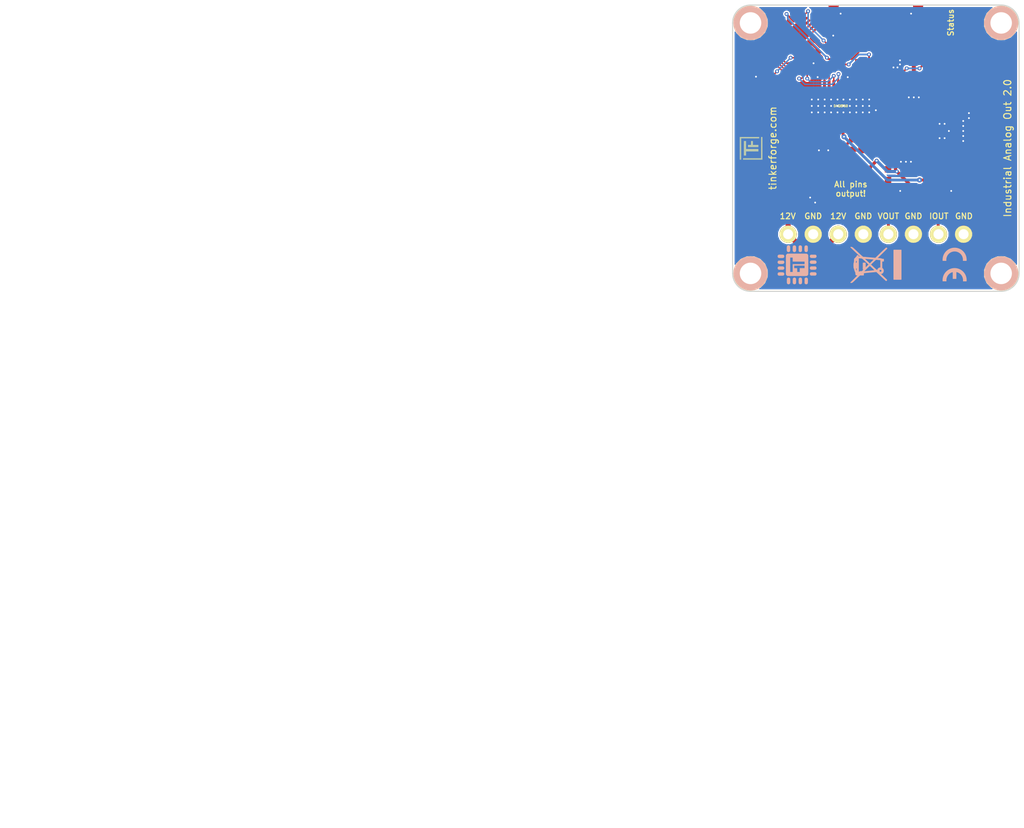
<source format=kicad_pcb>
(kicad_pcb (version 4) (host pcbnew 4.0.2+dfsg1-stable)
  (title_block (title "Industrial Analog Out") (date 2018-03-13) (rev 2.0) (company "Tinkerforge GmbH") (comment 1 "Copyright (©) 2018, L.Lauer <lukas@tinkerforge.com>"))
  (layers (0 F.Cu signal) (31 B.Cu signal) (34 B.Paste user) (35 F.Paste user) (36 B.SilkS user) (37 F.SilkS user) (38 B.Mask user) (39 F.Mask user) (44 Edge.Cuts user))
  (net 0 "")
  (net 1 3V3)
  (net 2 GND)
  (net 3 +5V)
  (net 4 "Net-(P1-Pad4)")
  (net 5 "Net-(P1-Pad5)")
  (net 6 "Net-(P1-Pad6)")
  (net 7 +12V)
  (net 8 "Net-(D2-Pad3)")
  (net 9 "Net-(D3-Pad3)")
  (net 10 "Net-(D4-Pad1)")
  (net 11 "Net-(R4-Pad2)")
  (net 12 "Net-(R5-Pad1)")
  (net 13 "Net-(R6-Pad2)")
  (net 14 "Net-(R8-Pad2)")
  (net 15 "Net-(D1-Pad1)")
  (net 16 "Net-(R1-Pad2)")
  (net 17 "Net-(C2-Pad2)")
  (net 18 "Net-(C4-Pad1)")
  (net 19 "Net-(C4-Pad2)")
  (net 20 "Net-(C8-Pad1)")
  (net 21 "Net-(C11-Pad1)")
  (net 22 "Net-(C11-Pad2)")
  (net 23 "Net-(L4-Pad2)")
  (net 24 "Net-(U3-Pad18)")
  (net 25 "Net-(U3-Pad20)")
  (net 26 "Net-(C12-Pad1)")
  (net 27 "Net-(D5-Pad2)")
  (net 28 "Net-(P3-Pad1)")
  (net 29 "Net-(P4-Pad2)")
  (net 30 "Net-(R9-Pad1)")
  (net 31 S-MISO)
  (net 32 S-MOSI)
  (net 33 S-CLK)
  (net 34 S-CS)
  (net 35 M-CS)
  (net 36 M-CLK)
  (net 37 M-MISO)
  (net 38 M-MOSI)
  (net 39 P0.2)
  (net 40 "Net-(RP2-Pad6)")
  (net 41 "Net-(RP2-Pad7)")
  (net 42 "Net-(RP2-Pad8)")
  (net 43 "Net-(U2-Pad3)")
  (net 44 "Net-(U2-Pad4)")
  (net 45 "Net-(U2-Pad5)")
  (net 46 "Net-(U2-Pad6)")
  (net 47 "Net-(U2-Pad8)")
  (net 48 "Net-(U2-Pad13)")
  (net 49 "Net-(U2-Pad16)")
  (net 50 "Net-(U2-Pad17)")
  (net 51 "Net-(U2-Pad19)")
  (net 52 "Net-(U2-Pad21)")
  (net 53 "Net-(U2-Pad2)")
  (module tinkerforge:Fiducial_Mark (layer F.Cu) (at 117.1 112.5)
    (fp_text reference Fiducial_Mark hide)
    (fp_text value VAL** hide)
    (pad 1 smd circle (at 0 0) (size 1.00076 1.00076) (layers F.Cu F.Mask) (clearance 0.65024))
  )
  (module tinkerforge:Fiducial_Mark (layer F.Cu) (at 154.1 87.5)
    (fp_text reference Fiducial_Mark hide)
    (fp_text value VAL** hide)
    (pad 1 smd circle (at 0 0) (size 1.00076 1.00076) (layers F.Cu F.Mask) (clearance 0.65024))
  )
  (module tinkerforge:Fiducial_Mark (layer F.Cu) (at 117.1 87.5)
    (fp_text reference Fiducial_Mark hide)
    (fp_text value VAL** hide)
    (pad 1 smd circle (at 0 0) (size 1.00076 1.00076) (layers F.Cu F.Mask) (clearance 0.65024))
  )
  (module logo:Logo_31x31 (layer F.Cu) (at 116.6 101.6 90)
    (fp_text reference G*** hide)
    (fp_text value Logo_31x31 hide)
  )
  (module kicad-libraries:R0603F (layer F.Cu) (at 143.4 104.45 180)
    (fp_text reference R8)
    (fp_text value 10)
    (pad 1 smd rect (at -0.75 0 180) (size 0.9 0.9) (layers F.Cu F.Paste F.Mask) (net 9 "Net-(D3-Pad3)"))
    (pad 2 smd rect (at 0.75 0 180) (size 0.9 0.9) (layers F.Cu F.Paste F.Mask) (net 14 "Net-(R8-Pad2)"))
  )
  (module kicad-libraries:R0603F (layer F.Cu) (at 132.3 99.5 90)
    (fp_text reference R7)
    (fp_text value 15)
    (pad 1 smd rect (at -0.75 0 90) (size 0.9 0.9) (layers F.Cu F.Paste F.Mask) (net 23 "Net-(L4-Pad2)"))
    (pad 2 smd rect (at 0.75 0 90) (size 0.9 0.9) (layers F.Cu F.Paste F.Mask) (net 21 "Net-(C11-Pad1)"))
  )
  (module kicad-libraries:R0603F (layer F.Cu) (at 133.6 99.5 90)
    (fp_text reference R6)
    (fp_text value 15)
    (pad 1 smd rect (at -0.75 0 90) (size 0.9 0.9) (layers F.Cu F.Paste F.Mask) (net 23 "Net-(L4-Pad2)"))
    (pad 2 smd rect (at 0.75 0 90) (size 0.9 0.9) (layers F.Cu F.Paste F.Mask) (net 13 "Net-(R6-Pad2)"))
  )
  (module kicad-libraries:R0603F (layer F.Cu) (at 127 99.5 270)
    (fp_text reference R5)
    (fp_text value DNP)
    (pad 1 smd rect (at -0.75 0 270) (size 0.9 0.9) (layers F.Cu F.Paste F.Mask) (net 12 "Net-(R5-Pad1)"))
    (pad 2 smd rect (at 0.75 0 270) (size 0.9 0.9) (layers F.Cu F.Paste F.Mask) (net 2 GND))
  )
  (module kicad-libraries:R0603F (layer F.Cu) (at 133.9 88 180)
    (fp_text reference R4)
    (fp_text value 10k)
    (pad 1 smd rect (at -0.75 0 180) (size 0.9 0.9) (layers F.Cu F.Paste F.Mask) (net 1 3V3))
    (pad 2 smd rect (at 0.75 0 180) (size 0.9 0.9) (layers F.Cu F.Paste F.Mask) (net 11 "Net-(R4-Pad2)"))
  )
  (module kicad-libraries:R0603F (layer F.Cu) (at 144.5 101.2)
    (fp_text reference R3)
    (fp_text value 118k)
    (pad 1 smd rect (at -0.75 0) (size 0.9 0.9) (layers F.Cu F.Paste F.Mask) (net 18 "Net-(C4-Pad1)"))
    (pad 2 smd rect (at 0.75 0) (size 0.9 0.9) (layers F.Cu F.Paste F.Mask) (net 19 "Net-(C4-Pad2)"))
  )
  (module kicad-libraries:R0603F (layer F.Cu) (at 147.4 99.9)
    (fp_text reference R2)
    (fp_text value 13.3k)
    (pad 1 smd rect (at -0.75 0) (size 0.9 0.9) (layers F.Cu F.Paste F.Mask) (net 19 "Net-(C4-Pad2)"))
    (pad 2 smd rect (at 0.75 0) (size 0.9 0.9) (layers F.Cu F.Paste F.Mask) (net 2 GND))
  )
  (module kicad-libraries:R0603F (layer F.Cu) (at 150.4 97.6 270)
    (fp_text reference R1)
    (fp_text value 1M)
    (pad 1 smd rect (at -0.75 0 270) (size 0.9 0.9) (layers F.Cu F.Paste F.Mask) (net 17 "Net-(C2-Pad2)"))
    (pad 2 smd rect (at 0.75 0 270) (size 0.9 0.9) (layers F.Cu F.Paste F.Mask) (net 16 "Net-(R1-Pad2)"))
  )
  (module kicad-libraries:C0603F (layer F.Cu) (at 137.3 103.7 90)
    (fp_text reference L4)
    (fp_text value FB)
    (pad 1 smd rect (at -0.75 0 90) (size 0.9 0.9) (layers F.Cu F.Paste F.Mask) (net 8 "Net-(D2-Pad3)"))
    (pad 2 smd rect (at 0.75 0 90) (size 0.9 0.9) (layers F.Cu F.Paste F.Mask) (net 23 "Net-(L4-Pad2)"))
  )
  (module kicad-libraries:C0603F (layer F.Cu) (at 140.6 97.6)
    (fp_text reference L3)
    (fp_text value FB)
    (pad 1 smd rect (at -0.75 0) (size 0.9 0.9) (layers F.Cu F.Paste F.Mask) (net 7 +12V))
    (pad 2 smd rect (at 0.75 0) (size 0.9 0.9) (layers F.Cu F.Paste F.Mask) (net 18 "Net-(C4-Pad1)"))
  )
  (module kicad-libraries:C0603F (layer F.Cu) (at 143.2 90.1 180)
    (fp_text reference L1)
    (fp_text value FB)
    (pad 1 smd rect (at -0.75 0 180) (size 0.9 0.9) (layers F.Cu F.Paste F.Mask) (net 17 "Net-(C2-Pad2)"))
    (pad 2 smd rect (at 0.75 0 180) (size 0.9 0.9) (layers F.Cu F.Paste F.Mask) (net 3 +5V))
  )
  (module kicad-libraries:C0603F (layer F.Cu) (at 130 99.5 90)
    (fp_text reference C11)
    (fp_text value 1nF)
    (pad 1 smd rect (at -0.75 0 90) (size 0.9 0.9) (layers F.Cu F.Paste F.Mask) (net 21 "Net-(C11-Pad1)"))
    (pad 2 smd rect (at 0.75 0 90) (size 0.9 0.9) (layers F.Cu F.Paste F.Mask) (net 22 "Net-(C11-Pad2)"))
  )
  (module kicad-libraries:C0603F (layer F.Cu) (at 135.6 96.3 270)
    (fp_text reference C10)
    (fp_text value 100pF)
    (pad 1 smd rect (at -0.75 0 270) (size 0.9 0.9) (layers F.Cu F.Paste F.Mask) (net 2 GND))
    (pad 2 smd rect (at 0.75 0 270) (size 0.9 0.9) (layers F.Cu F.Paste F.Mask) (net 7 +12V))
  )
  (module kicad-libraries:C0603F (layer F.Cu) (at 136.9 96.3 270)
    (fp_text reference C9)
    (fp_text value 100nF)
    (pad 1 smd rect (at -0.75 0 270) (size 0.9 0.9) (layers F.Cu F.Paste F.Mask) (net 2 GND))
    (pad 2 smd rect (at 0.75 0 270) (size 0.9 0.9) (layers F.Cu F.Paste F.Mask) (net 7 +12V))
  )
  (module kicad-libraries:C0603F (layer F.Cu) (at 128.3 99.5 270)
    (fp_text reference C8)
    (fp_text value 100nF)
    (pad 1 smd rect (at -0.75 0 270) (size 0.9 0.9) (layers F.Cu F.Paste F.Mask) (net 20 "Net-(C8-Pad1)"))
    (pad 2 smd rect (at 0.75 0 270) (size 0.9 0.9) (layers F.Cu F.Paste F.Mask) (net 2 GND))
  )
  (module kicad-libraries:C0603F (layer F.Cu) (at 133.9 89.3)
    (fp_text reference C6)
    (fp_text value 100nF)
    (pad 1 smd rect (at -0.75 0) (size 0.9 0.9) (layers F.Cu F.Paste F.Mask) (net 1 3V3))
    (pad 2 smd rect (at 0.75 0) (size 0.9 0.9) (layers F.Cu F.Paste F.Mask) (net 2 GND))
  )
  (module kicad-libraries:C0603F (layer F.Cu) (at 144.5 99.9)
    (fp_text reference C4)
    (fp_text value 270pF)
    (pad 1 smd rect (at -0.75 0) (size 0.9 0.9) (layers F.Cu F.Paste F.Mask) (net 18 "Net-(C4-Pad1)"))
    (pad 2 smd rect (at 0.75 0) (size 0.9 0.9) (layers F.Cu F.Paste F.Mask) (net 19 "Net-(C4-Pad2)"))
  )
  (module kicad-libraries:QFN24-4x4mm-0.5mm (layer F.Cu) (at 124.8 84 45)
    (fp_text reference U2)
    (fp_text value XMC1XXX24)
    (pad 1 smd oval (at -2.025 -1.25 45) (size 1 0.3) (layers F.Cu F.Paste F.Mask) (net 39 P0.2))
    (pad 2 smd oval (at -2.025 -0.75 45) (size 1 0.3) (layers F.Cu F.Paste F.Mask) (net 53 "Net-(U2-Pad2)"))
    (pad 3 smd oval (at -2.025 -0.25 45) (size 1 0.3) (layers F.Cu F.Paste F.Mask) (net 43 "Net-(U2-Pad3)"))
    (pad 4 smd oval (at -2.025 0.25 45) (size 1 0.3) (layers F.Cu F.Paste F.Mask) (net 44 "Net-(U2-Pad4)"))
    (pad 5 smd oval (at -2.025 0.75 45) (size 1 0.3) (layers F.Cu F.Paste F.Mask) (net 45 "Net-(U2-Pad5)"))
    (pad 6 smd oval (at -2.025 1.25 45) (size 1 0.3) (layers F.Cu F.Paste F.Mask) (net 46 "Net-(U2-Pad6)"))
    (pad 7 smd oval (at -1.25 2.025 135) (size 1 0.3) (layers F.Cu F.Paste F.Mask) (net 29 "Net-(P4-Pad2)"))
    (pad 8 smd oval (at -0.75 2.025 135) (size 1 0.3) (layers F.Cu F.Paste F.Mask) (net 47 "Net-(U2-Pad8)"))
    (pad 9 smd oval (at -0.25 2.025 135) (size 1 0.3) (layers F.Cu F.Paste F.Mask) (net 2 GND))
    (pad 10 smd oval (at 0.25 2.025 135) (size 1 0.3) (layers F.Cu F.Paste F.Mask) (net 1 3V3))
    (pad 11 smd oval (at 0.75 2.025 135) (size 1 0.3) (layers F.Cu F.Paste F.Mask) (net 33 S-CLK))
    (pad 12 smd oval (at 1.25 2.025 135) (size 1 0.3) (layers F.Cu F.Paste F.Mask) (net 32 S-MOSI))
    (pad 13 smd oval (at 2.025 1.25 45) (size 1 0.3) (layers F.Cu F.Paste F.Mask) (net 48 "Net-(U2-Pad13)"))
    (pad 14 smd oval (at 2.025 0.75 45) (size 1 0.3) (layers F.Cu F.Paste F.Mask) (net 30 "Net-(R9-Pad1)"))
    (pad 15 smd oval (at 2.025 0.25 45) (size 1 0.3) (layers F.Cu F.Paste F.Mask) (net 28 "Net-(P3-Pad1)"))
    (pad 16 smd oval (at 2.025 -0.25 45) (size 1 0.3) (layers F.Cu F.Paste F.Mask) (net 49 "Net-(U2-Pad16)"))
    (pad 17 smd oval (at 2.025 -0.75 45) (size 1 0.3) (layers F.Cu F.Paste F.Mask) (net 50 "Net-(U2-Pad17)"))
    (pad 18 smd oval (at 2.025 -1.25 45) (size 1 0.3) (layers F.Cu F.Paste F.Mask) (net 31 S-MISO))
    (pad 19 smd oval (at 1.25 -2.025 135) (size 1 0.3) (layers F.Cu F.Paste F.Mask) (net 51 "Net-(U2-Pad19)"))
    (pad 20 smd oval (at 0.75 -2.025 135) (size 1 0.3) (layers F.Cu F.Paste F.Mask) (net 34 S-CS))
    (pad 21 smd oval (at 0.25 -2.025 135) (size 1 0.3) (layers F.Cu F.Paste F.Mask) (net 52 "Net-(U2-Pad21)"))
    (pad 22 smd oval (at -0.25 -2.025 135) (size 1 0.3) (layers F.Cu F.Paste F.Mask) (net 42 "Net-(RP2-Pad8)"))
    (pad 23 smd oval (at -0.75 -2.025 135) (size 1 0.3) (layers F.Cu F.Paste F.Mask) (net 41 "Net-(RP2-Pad7)"))
    (pad 24 smd oval (at -1.25 -2.025 135) (size 1 0.3) (layers F.Cu F.Paste F.Mask) (net 40 "Net-(RP2-Pad6)"))
    (pad EXP smd rect (at 0.65 0.65 45) (size 1.3 1.3) (layers F.Cu F.Paste F.Mask) (net 2 GND))
    (pad EXP smd rect (at 0.65 -0.65 45) (size 1.3 1.3) (layers F.Cu F.Paste F.Mask) (net 2 GND))
    (pad EXP smd rect (at -0.65 0.65 45) (size 1.3 1.3) (layers F.Cu F.Paste F.Mask) (net 2 GND))
    (pad EXP smd rect (at -0.65 -0.65 45) (size 1.3 1.3) (layers F.Cu F.Paste F.Mask) (net 2 GND))
  )
  (module kicad-libraries:4X0402 (layer F.Cu) (at 124.21 88.88 90)
    (fp_text reference RP2)
    (fp_text value 82)
    (pad 1 smd rect (at -0.7493 0.575 270) (size 0.29972 0.65) (layers F.Cu F.Paste F.Mask) (net 35 M-CS))
    (pad 2 smd rect (at -0.24892 0.575 270) (size 0.29972 0.65) (layers F.Cu F.Paste F.Mask) (net 36 M-CLK))
    (pad 3 smd rect (at 0.24892 0.575 270) (size 0.29972 0.65) (layers F.Cu F.Paste F.Mask) (net 37 M-MISO))
    (pad 4 smd rect (at 0.7493 0.575 270) (size 0.29972 0.65) (layers F.Cu F.Paste F.Mask) (net 38 M-MOSI))
    (pad 5 smd rect (at 0.7493 -0.575 90) (size 0.29972 0.65) (layers F.Cu F.Paste F.Mask) (net 39 P0.2))
    (pad 6 smd rect (at 0.24892 -0.575 90) (size 0.29972 0.65) (layers F.Cu F.Paste F.Mask) (net 40 "Net-(RP2-Pad6)"))
    (pad 7 smd rect (at -0.24892 -0.575 90) (size 0.29972 0.65) (layers F.Cu F.Paste F.Mask) (net 41 "Net-(RP2-Pad7)"))
    (pad 8 smd rect (at -0.7493 -0.575 90) (size 0.29972 0.65) (layers F.Cu F.Paste F.Mask) (net 42 "Net-(RP2-Pad8)"))
  )
  (module kicad-libraries:4X0402 (layer F.Cu) (at 130.4 86.8 90)
    (fp_text reference RP1)
    (fp_text value 82)
    (pad 1 smd rect (at -0.7493 0.575 270) (size 0.29972 0.65) (layers F.Cu F.Paste F.Mask) (net 4 "Net-(P1-Pad4)"))
    (pad 2 smd rect (at -0.24892 0.575 270) (size 0.29972 0.65) (layers F.Cu F.Paste F.Mask) (net 5 "Net-(P1-Pad5)"))
    (pad 3 smd rect (at 0.24892 0.575 270) (size 0.29972 0.65) (layers F.Cu F.Paste F.Mask) (net 6 "Net-(P1-Pad6)"))
    (pad 4 smd rect (at 0.7493 0.575 270) (size 0.29972 0.65) (layers F.Cu F.Paste F.Mask) (net 26 "Net-(C12-Pad1)"))
    (pad 5 smd rect (at 0.7493 -0.575 90) (size 0.29972 0.65) (layers F.Cu F.Paste F.Mask) (net 31 S-MISO))
    (pad 6 smd rect (at 0.24892 -0.575 90) (size 0.29972 0.65) (layers F.Cu F.Paste F.Mask) (net 32 S-MOSI))
    (pad 7 smd rect (at -0.24892 -0.575 90) (size 0.29972 0.65) (layers F.Cu F.Paste F.Mask) (net 33 S-CLK))
    (pad 8 smd rect (at -0.7493 -0.575 90) (size 0.29972 0.65) (layers F.Cu F.Paste F.Mask) (net 34 S-CS))
  )
  (module kicad-libraries:R0603F (layer F.Cu) (at 143.26 82.26 90)
    (fp_text reference R9)
    (fp_text value 1k)
    (pad 1 smd rect (at -0.75 0 90) (size 0.9 0.9) (layers F.Cu F.Paste F.Mask) (net 30 "Net-(R9-Pad1)"))
    (pad 2 smd rect (at 0.75 0 90) (size 0.9 0.9) (layers F.Cu F.Paste F.Mask) (net 27 "Net-(D5-Pad2)"))
  )
  (module kicad-libraries:SolderJumper (layer F.Cu) (at 119.99 90.01)
    (fp_text reference P4)
    (fp_text value BOOT)
    (pad 2 smd rect (at 0.55 0) (size 0.3 1.4) (layers F.Cu F.Mask) (net 29 "Net-(P4-Pad2)"))
    (pad 2 smd rect (at 0.15 0) (size 0.6 0.5) (layers F.Cu F.Mask) (net 29 "Net-(P4-Pad2)"))
    (pad 1 smd rect (at -0.5 0) (size 0.4 1.4) (layers F.Cu F.Mask) (net 2 GND))
    (pad 1 smd rect (at -0.225 0.55) (size 0.95 0.3) (layers F.Cu F.Mask) (net 2 GND))
    (pad 1 smd rect (at -0.225 -0.55) (size 0.95 0.3) (layers F.Cu F.Mask) (net 2 GND))
  )
  (module kicad-libraries:DEBUG_PAD (layer F.Cu) (at 127.88 81.16)
    (fp_text reference P3)
    (fp_text value DEBUG)
    (pad 1 smd circle (at 0 0) (size 0.7 0.7) (layers F.Cu F.Paste F.Mask) (net 28 "Net-(P3-Pad1)"))
  )
  (module kicad-libraries:CON-SENSOR2 (layer F.Cu) (at 135.6 80 180)
    (fp_text reference P1)
    (fp_text value CON-SENSOR2)
    (pad 1 smd rect (at -3.75 -4.6 180) (size 0.6 1.8) (layers F.Cu F.Paste F.Mask) (net 3 +5V))
    (pad 2 smd rect (at -2.5 -4.6 180) (size 0.6 1.8) (layers F.Cu F.Paste F.Mask) (net 2 GND))
    (pad EP smd rect (at -5.9 -1.2 180) (size 1.4 2.4) (layers F.Cu F.Paste F.Mask) (net 2 GND))
    (pad EP smd rect (at 5.9 -1.2 180) (size 1.4 2.4) (layers F.Cu F.Paste F.Mask) (net 2 GND))
    (pad 3 smd rect (at -1.25 -4.6 180) (size 0.6 1.8) (layers F.Cu F.Paste F.Mask) (net 1 3V3))
    (pad 4 smd rect (at 0 -4.6 180) (size 0.6 1.8) (layers F.Cu F.Paste F.Mask) (net 4 "Net-(P1-Pad4)"))
    (pad 5 smd rect (at 1.25 -4.6 180) (size 0.6 1.8) (layers F.Cu F.Paste F.Mask) (net 5 "Net-(P1-Pad5)"))
    (pad 6 smd rect (at 2.5 -4.6 180) (size 0.6 1.8) (layers F.Cu F.Paste F.Mask) (net 6 "Net-(P1-Pad6)"))
    (pad 7 smd rect (at 3.75 -4.6 180) (size 0.6 1.8) (layers F.Cu F.Paste F.Mask) (net 26 "Net-(C12-Pad1)"))
  )
  (module kicad-libraries:D0603F (layer F.Cu) (at 144.6 82.26 90)
    (fp_text reference D5)
    (fp_text value LED)
    (pad 1 smd rect (at -0.75 0 90) (size 0.9 0.9) (layers F.Cu F.Paste F.Mask) (net 1 3V3))
    (pad 2 smd rect (at 0.75 0 90) (size 0.9 0.9) (layers F.Cu F.Paste F.Mask) (net 27 "Net-(D5-Pad2)"))
  )
  (module kicad-libraries:C0603F (layer F.Cu) (at 126.9 87.1 225)
    (fp_text reference C14)
    (fp_text value 100nF)
    (pad 1 smd rect (at -0.75 0 225) (size 0.9 0.9) (layers F.Cu F.Paste F.Mask) (net 1 3V3))
    (pad 2 smd rect (at 0.75 0 225) (size 0.9 0.9) (layers F.Cu F.Paste F.Mask) (net 2 GND))
  )
  (module kicad-libraries:C0603F (layer F.Cu) (at 137.49 87.99)
    (fp_text reference C13)
    (fp_text value 1uF)
    (pad 1 smd rect (at -0.75 0) (size 0.9 0.9) (layers F.Cu F.Paste F.Mask) (net 1 3V3))
    (pad 2 smd rect (at 0.75 0) (size 0.9 0.9) (layers F.Cu F.Paste F.Mask) (net 2 GND))
  )
  (module kicad-libraries:C0402E (layer F.Cu) (at 130.3 85 180)
    (fp_text reference C12)
    (fp_text value 220pF)
    (pad 1 smd rect (at -0.65 0 180) (size 0.7 0.9) (layers F.Cu F.Paste F.Mask) (net 26 "Net-(C12-Pad1)"))
    (pad 2 smd rect (at 0.65 0 180) (size 0.7 0.9) (layers F.Cu F.Paste F.Mask) (net 2 GND))
  )
  (module kicad-libraries:C0805 (layer F.Cu) (at 137.49 86.5)
    (fp_text reference C3)
    (fp_text value 10uF)
    (pad 1 smd rect (at -1.00076 0) (size 1.00076 1.24968) (layers F.Cu F.Paste F.Mask) (net 1 3V3) (clearance 0.14986))
    (pad 2 smd rect (at 1.00076 0) (size 1.00076 1.24968) (layers F.Cu F.Paste F.Mask) (net 2 GND) (clearance 0.14986))
  )
  (module kicad-libraries:NR3030 (layer F.Cu) (at 147.8 92.5)
    (fp_text reference L2)
    (fp_text value 10µH)
    (pad 1 smd rect (at -1.19982 0) (size 1 2.70002) (layers F.Cu F.Paste F.Mask) (net 15 "Net-(D1-Pad1)") (clearance 0.14986))
    (pad 2 smd rect (at 1.19982 0) (size 1 2.70002) (layers F.Cu F.Paste F.Mask) (net 17 "Net-(C2-Pad2)") (clearance 0.14986))
  )
  (module kicad-libraries:TSSOP24-44-PWR (layer F.Cu) (at 130.7 94.1 180)
    (fp_text reference U3 (at 0 0 180) (layer F.SilkS) (effects (font (size 0.29972 0.29972) (thickness 0.0762))))
    (fp_text value DACX760 (at 0 0 180) (layer F.SilkS) (effects (font (size 0.29972 0.29972) (thickness 0.07493))))
    (pad 1 smd rect (at -3.57378 2.92354) (size 0.39878 1.34874) (layers F.Cu F.Paste F.Mask) (net 2 GND))
    (pad 2 smd rect (at -2.92354 2.92354) (size 0.39878 1.34874) (layers F.Cu F.Paste F.Mask) (net 1 3V3))
    (pad 3 smd rect (at -2.2733 2.92354) (size 0.39878 1.34874) (layers F.Cu F.Paste F.Mask) (net 11 "Net-(R4-Pad2)"))
    (pad 4 smd rect (at -1.62306 2.92354) (size 0.39878 1.34874) (layers F.Cu F.Paste F.Mask) (net 2 GND))
    (pad 5 smd rect (at -0.97282 2.92354) (size 0.39878 1.34874) (layers F.Cu F.Paste F.Mask) (net 2 GND))
    (pad 6 smd rect (at -0.32258 2.92354) (size 0.39878 1.34874) (layers F.Cu F.Paste F.Mask) (net 2 GND))
    (pad 7 smd rect (at 0.32258 2.92354) (size 0.39878 1.34874) (layers F.Cu F.Paste F.Mask) (net 35 M-CS))
    (pad 8 smd rect (at 0.97282 2.92354) (size 0.39878 1.34874) (layers F.Cu F.Paste F.Mask) (net 36 M-CLK))
    (pad 9 smd rect (at 1.62306 2.92354) (size 0.39878 1.34874) (layers F.Cu F.Paste F.Mask) (net 38 M-MOSI))
    (pad 10 smd rect (at 2.2733 2.92354) (size 0.39878 1.34874) (layers F.Cu F.Paste F.Mask) (net 37 M-MISO))
    (pad 11 smd rect (at 2.92354 2.92354) (size 0.39878 1.34874) (layers F.Cu F.Paste F.Mask) (net 2 GND))
    (pad 12 smd rect (at 3.57378 2.92354) (size 0.39878 1.34874) (layers F.Cu F.Paste F.Mask) (net 2 GND))
    (pad 13 smd rect (at 3.57378 -2.92354 180) (size 0.39878 1.34874) (layers F.Cu F.Paste F.Mask) (net 12 "Net-(R5-Pad1)"))
    (pad 14 smd rect (at 2.92354 -2.92354 180) (size 0.39878 1.34874) (layers F.Cu F.Paste F.Mask) (net 20 "Net-(C8-Pad1)"))
    (pad 15 smd rect (at 2.2733 -2.92354 180) (size 0.39878 1.34874) (layers F.Cu F.Paste F.Mask) (net 20 "Net-(C8-Pad1)"))
    (pad 16 smd rect (at 1.62306 -2.92354 180) (size 0.39878 1.34874) (layers F.Cu F.Paste F.Mask) (net 2 GND))
    (pad 17 smd rect (at 0.97282 -2.92354 180) (size 0.39878 1.34874) (layers F.Cu F.Paste F.Mask) (net 22 "Net-(C11-Pad2)"))
    (pad 18 smd rect (at 0.32258 -2.92354 180) (size 0.39878 1.34874) (layers F.Cu F.Paste F.Mask) (net 24 "Net-(U3-Pad18)"))
    (pad 19 smd rect (at -0.32258 -2.92354 180) (size 0.39878 1.34874) (layers F.Cu F.Paste F.Mask) (net 14 "Net-(R8-Pad2)"))
    (pad 20 smd rect (at -0.97282 -2.92354 180) (size 0.39878 1.34874) (layers F.Cu F.Paste F.Mask) (net 25 "Net-(U3-Pad20)"))
    (pad 21 smd rect (at -1.62306 -2.92354 180) (size 0.39878 1.34874) (layers F.Cu F.Paste F.Mask) (net 21 "Net-(C11-Pad1)"))
    (pad 22 smd rect (at -2.2733 -2.92354 180) (size 0.39878 1.34874) (layers F.Cu F.Paste F.Mask) (net 13 "Net-(R6-Pad2)"))
    (pad 23 smd rect (at -2.92354 -2.92354 180) (size 0.39878 1.34874) (layers F.Cu F.Paste F.Mask) (net 2 GND))
    (pad 24 smd rect (at -3.57378 -2.92354 180) (size 0.39878 1.34874) (layers F.Cu F.Paste F.Mask) (net 7 +12V))
    (pad 1 smd rect (at 0 0 180) (size 5.26 3.2) (layers F.Cu F.Paste F.Mask) (net 2 GND))
  )
  (module kicad-libraries:C1206 (layer F.Cu) (at 125.275 105.025 180)
    (fp_text reference F1)
    (fp_text value OZCJ0035FF2G)
    (pad 1 smd rect (at -1.50114 0 180) (size 1.00076 1.6002) (layers F.Cu F.Paste F.Mask) (net 7 +12V))
    (pad 2 smd rect (at 1.50114 0 180) (size 1.00076 1.6002) (layers F.Cu F.Paste F.Mask) (net 10 "Net-(D4-Pad1)"))
  )
  (module kicad-libraries:SOT23-3 (layer F.Cu) (at 144.3 107)
    (fp_text reference D3)
    (fp_text value DESD1P0RFW)
    (pad 1 smd rect (at 0.889 -1.016) (size 0.9144 0.9144) (layers F.Cu F.Paste F.Mask) (net 2 GND))
    (pad 2 smd rect (at -0.889 -1.016) (size 0.9144 0.9144) (layers F.Cu F.Paste F.Mask) (net 7 +12V))
    (pad 3 smd rect (at 0 1.00076) (size 0.9144 0.9144) (layers F.Cu F.Paste F.Mask) (net 9 "Net-(D3-Pad3)"))
  )
  (module kicad-libraries:SOT23-3 (layer F.Cu) (at 137.3 107)
    (fp_text reference D2)
    (fp_text value DESD1P0RFW)
    (pad 1 smd rect (at 0.889 -1.016) (size 0.9144 0.9144) (layers F.Cu F.Paste F.Mask) (net 2 GND))
    (pad 2 smd rect (at -0.889 -1.016) (size 0.9144 0.9144) (layers F.Cu F.Paste F.Mask) (net 7 +12V))
    (pad 3 smd rect (at 0 1.00076) (size 0.9144 0.9144) (layers F.Cu F.Paste F.Mask) (net 8 "Net-(D2-Pad3)"))
  )
  (module kicad-libraries:SOD-123 (layer F.Cu) (at 144.3 95 180)
    (fp_text reference D1)
    (fp_text value B0520LW)
    (pad 1 smd rect (at -1.84912 0 180) (size 1.19888 0.70104) (layers F.Cu F.Paste F.Mask) (net 15 "Net-(D1-Pad1)") (clearance 0.14986))
    (pad 2 smd rect (at 1.84912 0 180) (size 1.19888 0.70104) (layers F.Cu F.Paste F.Mask) (net 18 "Net-(C4-Pad1)") (clearance 0.14986))
  )
  (module kicad-libraries:SOD-323 (layer F.Cu) (at 125.1 107.6)
    (fp_text reference D4)
    (fp_text value CDSOD323-T15SC)
    (pad 1 smd rect (at -1.3208 0) (size 0.762 0.6858) (layers F.Cu F.Paste F.Mask) (net 10 "Net-(D4-Pad1)"))
    (pad 2 smd rect (at 1.3208 0) (size 0.762 0.6858) (layers F.Cu F.Paste F.Mask) (net 2 GND))
  )
  (module kicad-libraries:OQ_8P (layer F.Cu) (at 135.6 112.025)
    (fp_text reference P2)
    (fp_text value CONN_8)
    (pad 2 thru_hole circle (at -8.7503 0) (size 2.4003 2.4003) (drill 1.39954) (layers *.Cu *.Mask F.SilkS) (net 2 GND))
    (pad 3 thru_hole circle (at -5.25018 0) (size 2.4003 2.4003) (drill 1.39954) (layers *.Cu *.Mask F.SilkS) (net 10 "Net-(D4-Pad1)"))
    (pad 4 thru_hole circle (at -1.75006 0) (size 2.4003 2.4003) (drill 1.39954) (layers *.Cu *.Mask F.SilkS) (net 2 GND))
    (pad 1 thru_hole circle (at -12.25042 0) (size 2.4003 2.4003) (drill 1.39954) (layers *.Cu *.Mask F.SilkS) (net 10 "Net-(D4-Pad1)"))
    (pad 5 thru_hole circle (at 1.75006 0) (size 2.4003 2.4003) (drill 1.39954) (layers *.Cu *.Mask F.SilkS) (net 8 "Net-(D2-Pad3)"))
    (pad 6 thru_hole circle (at 5.25018 0) (size 2.4003 2.4003) (drill 1.39954) (layers *.Cu *.Mask F.SilkS) (net 2 GND))
    (pad 7 thru_hole circle (at 8.7503 0) (size 2.4003 2.4003) (drill 1.39954) (layers *.Cu *.Mask F.SilkS) (net 9 "Net-(D3-Pad3)"))
    (pad 8 thru_hole circle (at 12.25042 0) (size 2.4003 2.4003) (drill 1.39954) (layers *.Cu *.Mask F.SilkS) (net 2 GND))
  )
  (module kicad-libraries:DRILL_NP (layer F.Cu) (at 118.1 117.5)
    (fp_text reference U4 hide)
    (fp_text value DRILL hide)
    (pad "" np_thru_hole circle (at 0 0) (size 2.99974 2.99974) (drill 2.99974) (layers *.Cu *.Mask F.SilkS) (clearance 0.89916))
  )
  (module kicad-libraries:DRILL_NP (layer F.Cu) (at 153.1 117.5)
    (fp_text reference U5 hide)
    (fp_text value DRILL hide)
    (pad "" np_thru_hole circle (at 0 0) (size 2.99974 2.99974) (drill 2.99974) (layers *.Cu *.Mask F.SilkS) (clearance 0.89916))
  )
  (module kicad-libraries:DRILL_NP (layer F.Cu) (at 153.1 82.5)
    (fp_text reference U6 hide)
    (fp_text value DRILL hide)
    (pad "" np_thru_hole circle (at 0 0) (size 2.99974 2.99974) (drill 2.99974) (layers *.Cu *.Mask F.SilkS) (clearance 0.89916))
  )
  (module kicad-libraries:DRILL_NP (layer F.Cu) (at 118.1 82.5)
    (fp_text reference U7 hide)
    (fp_text value DRILL hide)
    (pad "" np_thru_hole circle (at 0 0) (size 2.99974 2.99974) (drill 2.99974) (layers *.Cu *.Mask F.SilkS) (clearance 0.89916))
  )
  (module kicad-libraries:CE_5mm (layer B.Cu) (at 146.6 116.3 270)
    (fp_text reference VAL hide)
    (fp_text value CE_5mm hide)
  )
  (module kicad-libraries:SOT23-5 (layer F.Cu) (at 147.8 97.6 270)
    (fp_text reference U1)
    (fp_text value LMR62014X)
    (pad 1 smd rect (at -0.94996 1.19888 270) (size 0.50038 0.8001) (layers F.Cu F.Paste F.Mask) (net 15 "Net-(D1-Pad1)"))
    (pad 2 smd rect (at 0 1.19888 270) (size 0.50038 0.8001) (layers F.Cu F.Paste F.Mask) (net 2 GND))
    (pad 3 smd rect (at 0.94996 1.19888 270) (size 0.50038 0.8001) (layers F.Cu F.Paste F.Mask) (net 19 "Net-(C4-Pad2)"))
    (pad 5 smd rect (at -0.94996 -1.19888 270) (size 0.50038 0.8001) (layers F.Cu F.Paste F.Mask) (net 17 "Net-(C2-Pad2)"))
    (pad 4 smd rect (at 0.94996 -1.19888 270) (size 0.50038 0.8001) (layers F.Cu F.Paste F.Mask) (net 16 "Net-(R1-Pad2)"))
  )
  (module kicad-libraries:C0805 (layer F.Cu) (at 140.9 91.1 90)
    (fp_text reference C1)
    (fp_text value 4.7µF)
    (pad 1 smd rect (at -1.00076 0 90) (size 1.00076 1.24968) (layers F.Cu F.Paste F.Mask) (net 2 GND) (clearance 0.14986))
    (pad 2 smd rect (at 1.00076 0 90) (size 1.00076 1.24968) (layers F.Cu F.Paste F.Mask) (net 3 +5V) (clearance 0.14986))
  )
  (module kicad-libraries:C0805 (layer F.Cu) (at 148.8 95.1)
    (fp_text reference C2)
    (fp_text value 4.7µF)
    (pad 1 smd rect (at -1.00076 0) (size 1.00076 1.24968) (layers F.Cu F.Paste F.Mask) (net 2 GND) (clearance 0.14986))
    (pad 2 smd rect (at 1.00076 0) (size 1.00076 1.24968) (layers F.Cu F.Paste F.Mask) (net 17 "Net-(C2-Pad2)") (clearance 0.14986))
  )
  (module kicad-libraries:C0805 (layer F.Cu) (at 143.9 97.6 180)
    (fp_text reference C5)
    (fp_text value 4.7µF)
    (pad 1 smd rect (at -1.00076 0 180) (size 1.00076 1.24968) (layers F.Cu F.Paste F.Mask) (net 2 GND) (clearance 0.14986))
    (pad 2 smd rect (at 1.00076 0 180) (size 1.00076 1.24968) (layers F.Cu F.Paste F.Mask) (net 18 "Net-(C4-Pad1)") (clearance 0.14986))
  )
  (module kicad-libraries:C0805 (layer F.Cu) (at 139.8 100.1 90)
    (fp_text reference C7)
    (fp_text value 4.7µF)
    (pad 1 smd rect (at -1.00076 0 90) (size 1.00076 1.24968) (layers F.Cu F.Paste F.Mask) (net 2 GND) (clearance 0.14986))
    (pad 2 smd rect (at 1.00076 0 90) (size 1.00076 1.24968) (layers F.Cu F.Paste F.Mask) (net 7 +12V) (clearance 0.14986))
  )
  (module kicad-libraries:WEEE_7mm (layer B.Cu) (at 135.6 116.3 270)
    (fp_text reference VAL hide)
    (fp_text value WEEE_7mm_back hide)
  )
  (module kicad-libraries:Logo_CoMCU (layer B.Cu) (at 124.6 116.3 270)
    (fp_text reference G*** hide)
    (fp_text value LOGO hide)
  )
  (gr_text Status (at 146.06 82.46 90) (layer F.SilkS) (effects (font (size 0.8 0.8))))
  (gr_text "All pins\noutput!" (at 132.1 105.7) (layer F.SilkS) (effects (font (size 0.8 0.8))))
  (gr_text "Industrial Analog Out 2.0" (at 154 100 90) (layer F.SilkS) (effects (font (size 1 1))))
  (gr_text tinkerforge.com (at 121.2 100 90) (layer F.SilkS) (effects (font (size 1 1))))
  (gr_text VOUT (at 137.35 109.5) (layer F.SilkS) (effects (font (size 0.8 0.8))))
  (gr_text GND (at 133.85 109.5) (layer F.SilkS) (effects (font (size 0.8 0.8))))
  (gr_text IOUT (at 144.4 109.5) (layer F.SilkS) (effects (font (size 0.8 0.8))))
  (gr_text GND (at 147.9 109.5) (layer F.SilkS) (effects (font (size 0.8 0.8))))
  (gr_text GND (at 140.85 109.5) (layer F.SilkS) (effects (font (size 0.8 0.8))))
  (gr_text 12V (at 130.35 109.5) (layer F.SilkS) (effects (font (size 0.8 0.8))))
  (gr_text GND (at 126.85 109.5) (layer F.SilkS) (effects (font (size 0.8 0.8))))
  (gr_text 12V (at 123.3 109.5) (layer F.SilkS) (effects (font (size 0.8 0.8))))
  (gr_line (start 155.6 117.5) (end 155.6 82.5) (angle 90) (layer Edge.Cuts) (width 0.15))
  (gr_line (start 118.1 120) (end 153.1 120) (angle 90) (layer Edge.Cuts) (width 0.15))
  (gr_line (start 115.6 82.5) (end 115.6 117.5) (angle 90) (layer Edge.Cuts) (width 0.15))
  (gr_line (start 153.1 80) (end 118.1 80) (angle 90) (layer Edge.Cuts) (width 0.15))
  (gr_arc (start 153.1 82.5) (end 153.1 80) (angle 90) (layer Edge.Cuts) (width 0.15))
  (gr_arc (start 118.1 82.5) (end 115.6 82.5) (angle 90) (layer Edge.Cuts) (width 0.15))
  (gr_arc (start 118.1 117.5) (end 118.1 120) (angle 90) (layer Edge.Cuts) (width 0.15))
  (gr_arc (start 153.1 117.5) (end 155.6 117.5) (angle 90) (layer Edge.Cuts) (width 0.15))
  (segment (start 144.6 83.01) (end 144.6 85.95) (width 0.25) (layer F.Cu) (net 1))
  (segment (start 136.74 88.93) (end 136.74 87.99) (width 0.25) (layer F.Cu) (net 1))
  (segment (start 137.21 89.4) (end 136.74 88.93) (width 0.25) (layer F.Cu) (net 1))
  (segment (start 139.36 89.4) (end 137.21 89.4) (width 0.25) (layer F.Cu) (net 1))
  (segment (start 139.91 88.85) (end 139.36 89.4) (width 0.25) (layer F.Cu) (net 1))
  (via (at 139.91 88.85) (size 0.55) (drill 0.25) (layers F.Cu B.Cu) (net 1))
  (segment (start 141.7 88.85) (end 139.91 88.85) (width 0.25) (layer B.Cu) (net 1))
  (via (at 141.7 88.85) (size 0.55) (drill 0.25) (layers F.Cu B.Cu) (net 1))
  (segment (start 144.6 85.95) (end 141.7 88.85) (width 0.25) (layer F.Cu) (net 1))
  (segment (start 127.43033 86.56967) (end 127.43033 86.57033) (width 0.25) (layer F.Cu) (net 1))
  (segment (start 127.43033 86.57033) (end 128.05 87.19) (width 0.25) (layer F.Cu) (net 1))
  (segment (start 128.9 88.3) (end 129.18 88.3) (width 0.25) (layer F.Cu) (net 1))
  (segment (start 128.05 87.45) (end 128.9 88.3) (width 0.25) (layer F.Cu) (net 1))
  (segment (start 128.05 87.19) (end 128.05 87.45) (width 0.25) (layer F.Cu) (net 1))
  (segment (start 127.43033 86.56967) (end 127.44967 86.56967) (width 0.3) (layer F.Cu) (net 1))
  (segment (start 134.65 86.92) (end 134.65 88) (width 0.25) (layer F.Cu) (net 1))
  (segment (start 134.64 86.91) (end 134.65 86.92) (width 0.3) (layer F.Cu) (net 1))
  (via (at 134.64 86.91) (size 0.55) (drill 0.25) (layers F.Cu B.Cu) (net 1))
  (segment (start 133.19 86.91) (end 134.64 86.91) (width 0.25) (layer B.Cu) (net 1))
  (segment (start 131.8 88.3) (end 133.19 86.91) (width 0.25) (layer B.Cu) (net 1))
  (via (at 131.8 88.3) (size 0.55) (drill 0.25) (layers F.Cu B.Cu) (net 1))
  (segment (start 129.18 88.3) (end 131.8 88.3) (width 0.25) (layer F.Cu) (net 1))
  (segment (start 133.15 89.3) (end 133.25 89.3) (width 0.3) (layer F.Cu) (net 1))
  (segment (start 133.25 89.3) (end 134.55 88) (width 0.3) (layer F.Cu) (net 1))
  (segment (start 134.55 88) (end 134.65 88) (width 0.3) (layer F.Cu) (net 1))
  (segment (start 134.65 88) (end 136.73 88) (width 0.55) (layer F.Cu) (net 1))
  (segment (start 136.73 88) (end 136.74 87.99) (width 0.55) (layer F.Cu) (net 1))
  (segment (start 136.48924 86.5) (end 136.48924 87.15924) (width 0.5) (layer F.Cu) (net 1))
  (segment (start 136.74 87.41) (end 136.74 87.99) (width 0.5) (layer F.Cu) (net 1))
  (segment (start 136.48924 87.15924) (end 136.74 87.41) (width 0.5) (layer F.Cu) (net 1))
  (segment (start 136.85 84.6) (end 136.85 85.61) (width 0.5) (layer F.Cu) (net 1))
  (segment (start 136.85 85.61) (end 136.48924 85.97076) (width 0.5) (layer F.Cu) (net 1))
  (segment (start 136.48924 85.97076) (end 136.48924 86.5) (width 0.5) (layer F.Cu) (net 1))
  (segment (start 127.43033 86.56967) (end 127.43033 86.276777) (width 0.2) (layer F.Cu) (net 1))
  (segment (start 127.43033 86.276777) (end 126.408668 85.255115) (width 0.2) (layer F.Cu) (net 1))
  (segment (start 133.62354 89.82364) (end 133.0999 89.3) (width 0.4) (layer F.Cu) (net 1))
  (segment (start 133.35 89.3) (end 133.0999 89.3) (width 0.4) (layer F.Cu) (net 1))
  (segment (start 133.62354 91.17646) (end 133.62354 89.82364) (width 0.4) (layer F.Cu) (net 1))
  (segment (start 134.7001 88) (end 134.65 88) (width 0.4) (layer F.Cu) (net 1))
  (segment (start 128.3 100.25) (end 127.7 100.25) (width 0.55) (layer F.Cu) (net 2))
  (segment (start 127.7 100.25) (end 127.65 100.3) (width 0.55) (layer F.Cu) (net 2))
  (segment (start 127 100.25) (end 127.6 100.25) (width 0.55) (layer F.Cu) (net 2))
  (segment (start 127.6 100.25) (end 127.65 100.3) (width 0.55) (layer F.Cu) (net 2))
  (segment (start 119.49 90.01) (end 118.86 90.01) (width 0.2) (layer F.Cu) (net 2))
  (via (at 118.86 90.01) (size 0.55) (drill 0.25) (layers F.Cu B.Cu) (net 2))
  (segment (start 119.49 90.01) (end 119.49 89.64) (width 0.2) (layer F.Cu) (net 2))
  (segment (start 119.49 89.64) (end 119.65 89.48) (width 0.2) (layer F.Cu) (net 2))
  (segment (start 119.65 89.48) (end 119.81 89.48) (width 0.2) (layer F.Cu) (net 2))
  (segment (start 119.81 89.48) (end 119.765 89.46) (width 0.2) (layer F.Cu) (net 2))
  (segment (start 119.765 90.56) (end 119.63 90.56) (width 0.2) (layer F.Cu) (net 2))
  (segment (start 119.63 90.56) (end 119.49 90.42) (width 0.2) (layer F.Cu) (net 2))
  (segment (start 119.49 90.42) (end 119.49 90.01) (width 0.2) (layer F.Cu) (net 2))
  (segment (start 131.67282 91.17646) (end 131.67282 90.07718) (width 0.3) (layer F.Cu) (net 2))
  (via (at 131.67282 90.07718) (size 0.55) (drill 0.25) (layers F.Cu B.Cu) (net 2))
  (segment (start 131.67282 90.07718) (end 131.67 90.08) (width 0.25) (layer B.Cu) (net 2))
  (segment (start 126.36967 87.63033) (end 126.39033 87.63033) (width 0.55) (layer F.Cu) (net 2))
  (segment (start 126.39033 87.63033) (end 126.9 88.14) (width 0.55) (layer F.Cu) (net 2))
  (via (at 126.9 88.14) (size 0.55) (drill 0.25) (layers F.Cu B.Cu) (net 2))
  (segment (start 129.65 85) (end 129.65 84.27) (width 0.55) (layer F.Cu) (net 2))
  (via (at 129.65 84.27) (size 0.55) (drill 0.25) (layers F.Cu B.Cu) (net 2))
  (via (at 127.65 100.3) (size 0.55) (drill 0.25) (layers F.Cu B.Cu) (net 2))
  (segment (start 126.425 106.9) (end 126.425 101.525) (width 0.254) (layer B.Cu) (net 2))
  (segment (start 126.425 101.525) (end 127.65 100.3) (width 0.254) (layer B.Cu) (net 2))
  (segment (start 127.77646 91.17646) (end 127.77646 90.37646) (width 0.3) (layer F.Cu) (net 2))
  (segment (start 127.12622 90.41378) (end 127.47 90.07) (width 0.3) (layer F.Cu) (net 2))
  (segment (start 127.12622 90.41378) (end 127.12622 91.17646) (width 0.3) (layer F.Cu) (net 2))
  (via (at 127.47 90.07) (size 0.55) (drill 0.25) (layers F.Cu B.Cu) (net 2))
  (segment (start 127.77646 90.37646) (end 127.47 90.07) (width 0.3) (layer F.Cu) (net 2))
  (segment (start 129.7 81.2) (end 130.68 81.2) (width 0.55) (layer F.Cu) (net 2))
  (via (at 130.68 81.2) (size 0.55) (drill 0.25) (layers F.Cu B.Cu) (net 2))
  (segment (start 141.5 81.2) (end 140.52 81.2) (width 0.55) (layer F.Cu) (net 2))
  (via (at 140.52 81.2) (size 0.55) (drill 0.25) (layers F.Cu B.Cu) (net 2))
  (segment (start 124.8 83.080761) (end 125.719239 84) (width 0.2) (layer F.Cu) (net 2))
  (segment (start 125.719239 84) (end 124.8 84.919239) (width 0.2) (layer F.Cu) (net 2))
  (segment (start 123.880761 84) (end 124.8 83.080761) (width 0.2) (layer F.Cu) (net 2))
  (segment (start 124.8 84.919239) (end 123.880761 84) (width 0.2) (layer F.Cu) (net 2))
  (segment (start 126.055115 85.608668) (end 126.048668 85.608668) (width 0.2) (layer F.Cu) (net 2))
  (segment (start 126.048668 85.608668) (end 125.359239 84.919239) (width 0.2) (layer F.Cu) (net 2))
  (segment (start 125.359239 84.919239) (end 124.8 84.919239) (width 0.2) (layer F.Cu) (net 2))
  (segment (start 138.97 88.29) (end 138.97 87.73) (width 0.55) (layer F.Cu) (net 2))
  (segment (start 138.71 87.99) (end 138.24 87.99) (width 0.55) (layer F.Cu) (net 2))
  (via (at 138.97 87.73) (size 0.55) (drill 0.25) (layers F.Cu B.Cu) (net 2))
  (segment (start 138.71 87.99) (end 138.97 87.73) (width 0.5) (layer F.Cu) (net 2))
  (via (at 138.97 88.29) (size 0.55) (drill 0.25) (layers F.Cu B.Cu) (net 2))
  (segment (start 138.97 88.29) (end 138.97 88.37) (width 0.5) (layer F.Cu) (net 2))
  (segment (start 138.67 87.99) (end 138.97 88.29) (width 0.5) (layer F.Cu) (net 2))
  (via (at 138.62 88.72) (size 0.55) (drill 0.25) (layers F.Cu B.Cu) (net 2))
  (segment (start 138.62 88.72) (end 138.24 88.34) (width 0.5) (layer F.Cu) (net 2))
  (via (at 138.06 88.72) (size 0.55) (drill 0.25) (layers F.Cu B.Cu) (net 2))
  (segment (start 138.24 88.54) (end 138.06 88.72) (width 0.5) (layer F.Cu) (net 2))
  (segment (start 138.24 88.54) (end 138.24 87.99) (width 0.5) (layer F.Cu) (net 2))
  (segment (start 138.06 88.72) (end 138.62 88.72) (width 0.55) (layer F.Cu) (net 2))
  (segment (start 138.97 88.37) (end 138.62 88.72) (width 0.55) (layer F.Cu) (net 2))
  (segment (start 138.06 88.17) (end 138.06 88.72) (width 0.55) (layer F.Cu) (net 2))
  (segment (start 138.24 87.99) (end 138.24 88.34) (width 0.5) (layer F.Cu) (net 2))
  (segment (start 138.24 87.99) (end 138.67 87.99) (width 0.5) (layer F.Cu) (net 2))
  (segment (start 138.49076 86.5) (end 138.49076 87.15924) (width 0.5) (layer F.Cu) (net 2))
  (segment (start 138.24 87.41) (end 138.24 87.99) (width 0.5) (layer F.Cu) (net 2))
  (segment (start 138.49076 87.15924) (end 138.24 87.41) (width 0.5) (layer F.Cu) (net 2))
  (segment (start 138.1 84.6) (end 138.1 85.57) (width 0.5) (layer F.Cu) (net 2))
  (segment (start 138.1 85.57) (end 138.49076 85.96076) (width 0.5) (layer F.Cu) (net 2))
  (segment (start 138.49076 85.96076) (end 138.49076 86.5) (width 0.5) (layer F.Cu) (net 2))
  (segment (start 126.36967 87.63033) (end 126.36967 86.53033) (width 0.2) (layer F.Cu) (net 2))
  (segment (start 126.5 86.053553) (end 126.055115 85.608668) (width 0.2) (layer F.Cu) (net 2))
  (segment (start 126.5 86.4) (end 126.5 86.053553) (width 0.2) (layer F.Cu) (net 2))
  (segment (start 126.36967 86.53033) (end 126.5 86.4) (width 0.2) (layer F.Cu) (net 2))
  (segment (start 128.9499 100.3001) (end 128.3 100.3001) (width 0.4) (layer F.Cu) (net 2))
  (segment (start 128.3 100.3001) (end 127.6501 100.3001) (width 0.4) (layer F.Cu) (net 2))
  (segment (start 134.27378 89.72632) (end 134.7001 89.3) (width 0.4) (layer F.Cu) (net 2))
  (segment (start 133.62354 96.07646) (end 134.2001 95.4999) (width 0.4) (layer F.Cu) (net 2))
  (segment (start 134.2001 95.4999) (end 135.6 95.4999) (width 0.4) (layer F.Cu) (net 2))
  (segment (start 135.6 95.4999) (end 136.9 95.4999) (width 0.4) (layer F.Cu) (net 2))
  (segment (start 131.67282 90.07718) (end 131.675 90.075) (width 0.4) (layer F.Cu) (net 2))
  (segment (start 133.62354 97.02354) (end 133.62354 96.07646) (width 0.4) (layer F.Cu) (net 2))
  (segment (start 134.27378 91.17646) (end 134.27378 89.72632) (width 0.4) (layer F.Cu) (net 2))
  (segment (start 132.32306 90.72306) (end 131.675 90.075) (width 0.4) (layer F.Cu) (net 2))
  (segment (start 132.32306 91.17646) (end 132.32306 90.72306) (width 0.4) (layer F.Cu) (net 2))
  (segment (start 131.02258 90.72742) (end 131.675 90.075) (width 0.4) (layer F.Cu) (net 2))
  (segment (start 131.02258 91.17646) (end 131.02258 90.72742) (width 0.4) (layer F.Cu) (net 2))
  (segment (start 129.07694 100.17306) (end 128.95 100.3) (width 0.3) (layer F.Cu) (net 2))
  (via (at 128.95 100.3) (size 0.55) (drill 0.25) (layers F.Cu B.Cu) (net 2))
  (segment (start 128.9499 100.3001) (end 128.95 100.3) (width 0.4) (layer F.Cu) (net 2))
  (segment (start 129.07694 97.02354) (end 129.07694 100.17306) (width 0.3) (layer F.Cu) (net 2))
  (segment (start 127.6499 100.3001) (end 127 100.3001) (width 0.4) (layer F.Cu) (net 2))
  (segment (start 127.6499 100.3001) (end 127.65 100.3) (width 0.4) (layer F.Cu) (net 2))
  (segment (start 127.6501 100.3001) (end 127.65 100.3) (width 0.4) (layer F.Cu) (net 2))
  (segment (start 140.85018 109.80018) (end 138.189 107.139) (width 0.7) (layer F.Cu) (net 2))
  (segment (start 138.189 107.139) (end 138.189 105.984) (width 0.7) (layer F.Cu) (net 2))
  (segment (start 140.85018 112.025) (end 140.85018 109.80018) (width 0.7) (layer F.Cu) (net 2))
  (segment (start 145.725 106.52) (end 145.189 105.984) (width 0.7) (layer F.Cu) (net 2))
  (segment (start 145.725 108.475) (end 145.725 106.52) (width 0.7) (layer F.Cu) (net 2))
  (segment (start 147.85042 110.60042) (end 145.725 108.475) (width 0.7) (layer F.Cu) (net 2))
  (segment (start 147.85042 112.025) (end 147.85042 110.60042) (width 0.7) (layer F.Cu) (net 2))
  (segment (start 126.4208 108.5208) (end 126.4208 107.6) (width 0.7) (layer F.Cu) (net 2))
  (segment (start 127.225 109.325) (end 126.4208 108.5208) (width 0.7) (layer F.Cu) (net 2))
  (segment (start 131.55 109.325) (end 127.225 109.325) (width 0.7) (layer F.Cu) (net 2))
  (segment (start 133.84994 111.62494) (end 131.55 109.325) (width 0.7) (layer F.Cu) (net 2))
  (segment (start 133.84994 112.025) (end 133.84994 111.62494) (width 0.7) (layer F.Cu) (net 2))
  (segment (start 126.8497 108.9497) (end 126.4208 108.5208) (width 0.7) (layer F.Cu) (net 2))
  (segment (start 126.8497 112.025) (end 126.8497 108.9497) (width 0.7) (layer F.Cu) (net 2))
  (via (at 127.125 107.6) (size 0.7) (layers F.Cu B.Cu) (net 2))
  (segment (start 126.4208 107.6) (end 127.125 107.6) (width 0.7) (layer F.Cu) (net 2))
  (via (at 126.425 106.9) (size 0.7) (layers F.Cu B.Cu) (net 2))
  (segment (start 126.4208 107.6) (end 126.4208 106.9042) (width 0.7) (layer F.Cu) (net 2))
  (segment (start 126.4208 106.9042) (end 126.425 106.9) (width 0.7) (layer F.Cu) (net 2))
  (segment (start 127.35 105.975) (end 126.425 106.9) (width 0.254) (layer B.Cu) (net 2))
  (segment (start 138.189 105.984) (end 138.991 105.984) (width 0.7) (layer F.Cu) (net 2))
  (via (at 139 105.975) (size 0.7) (layers F.Cu B.Cu) (net 2))
  (segment (start 138.991 105.984) (end 139 105.975) (width 0.7) (layer F.Cu) (net 2))
  (segment (start 139 105.975) (end 127.35 105.975) (width 0.254) (layer B.Cu) (net 2))
  (segment (start 146.116 105.984) (end 145.189 105.984) (width 0.7) (layer F.Cu) (net 2))
  (via (at 146.125 105.975) (size 0.7) (layers F.Cu B.Cu) (net 2))
  (segment (start 146.116 105.984) (end 146.125 105.975) (width 0.7) (layer F.Cu) (net 2))
  (segment (start 139 105.975) (end 146.125 105.975) (width 0.254) (layer B.Cu) (net 2))
  (segment (start 131.02258 93.77742) (end 130.7 94.1) (width 0.4) (layer F.Cu) (net 2))
  (segment (start 131.02258 91.17646) (end 131.02258 93.77742) (width 0.4) (layer F.Cu) (net 2))
  (segment (start 131.67282 93.12718) (end 130.7 94.1) (width 0.4) (layer F.Cu) (net 2))
  (segment (start 131.67282 91.17646) (end 131.67282 93.12718) (width 0.4) (layer F.Cu) (net 2))
  (segment (start 129.025 94.1) (end 130.7 94.1) (width 0.4) (layer F.Cu) (net 2))
  (segment (start 127.77646 92.85146) (end 129.025 94.1) (width 0.4) (layer F.Cu) (net 2))
  (segment (start 127.77646 91.17646) (end 127.77646 92.85146) (width 0.4) (layer F.Cu) (net 2))
  (segment (start 128.7 94.1) (end 130.7 94.1) (width 0.4) (layer F.Cu) (net 2))
  (segment (start 127.12622 92.52622) (end 128.7 94.1) (width 0.4) (layer F.Cu) (net 2))
  (segment (start 127.12622 91.17646) (end 127.12622 92.52622) (width 0.4) (layer F.Cu) (net 2))
  (segment (start 132 94.1) (end 130.7 94.1) (width 0.4) (layer F.Cu) (net 2))
  (segment (start 133.62354 95.72354) (end 132 94.1) (width 0.4) (layer F.Cu) (net 2))
  (segment (start 133.62354 97.02354) (end 133.62354 95.72354) (width 0.4) (layer F.Cu) (net 2))
  (segment (start 132.32306 92.47694) (end 130.7 94.1) (width 0.4) (layer F.Cu) (net 2))
  (segment (start 132.32306 91.17646) (end 132.32306 92.47694) (width 0.4) (layer F.Cu) (net 2))
  (segment (start 127.55 94.1) (end 130.7 94.1) (width 0.7) (layer F.Cu) (net 2))
  (segment (start 133.775 94.1) (end 130.7 94.1) (width 0.7) (layer F.Cu) (net 2))
  (via (at 134.675 94.1) (size 0.7) (layers F.Cu B.Cu) (net 2))
  (segment (start 133.775 94.1) (end 134.675 94.1) (width 0.7) (layer F.Cu) (net 2))
  (via (at 134.675 93.2) (size 0.7) (layers F.Cu B.Cu) (net 2))
  (segment (start 133.775 93.2) (end 133.775 94.1) (width 0.7) (layer F.Cu) (net 2))
  (segment (start 134.675 93.2) (end 133.775 93.2) (width 0.7) (layer F.Cu) (net 2))
  (via (at 134.675 95) (size 0.7) (layers F.Cu B.Cu) (net 2))
  (segment (start 133.775 95) (end 133.775 94.1) (width 0.7) (layer F.Cu) (net 2))
  (segment (start 134.675 95) (end 133.775 95) (width 0.7) (layer F.Cu) (net 2))
  (via (at 126.65 94.1) (size 0.7) (layers F.Cu B.Cu) (net 2))
  (segment (start 127.55 94.1) (end 126.65 94.1) (width 0.7) (layer F.Cu) (net 2))
  (via (at 126.65 93.2) (size 0.7) (layers F.Cu B.Cu) (net 2))
  (segment (start 127.55 93.2) (end 127.55 94.1) (width 0.7) (layer F.Cu) (net 2))
  (via (at 127.55 93.2) (size 0.7) (layers F.Cu B.Cu) (net 2))
  (segment (start 126.65 93.2) (end 127.55 93.2) (width 0.7) (layer F.Cu) (net 2))
  (via (at 126.65 95) (size 0.7) (layers F.Cu B.Cu) (net 2))
  (segment (start 127.55 95) (end 127.55 94.1) (width 0.7) (layer F.Cu) (net 2))
  (segment (start 126.65 95) (end 127.55 95) (width 0.7) (layer F.Cu) (net 2))
  (via (at 128.45 94.1) (size 0.7) (layers F.Cu B.Cu) (net 2))
  (via (at 127.55 94.1) (size 0.7) (layers F.Cu B.Cu) (net 2))
  (segment (start 127.55 94.1) (end 128.45 94.1) (width 0.7) (layer F.Cu) (net 2))
  (via (at 132.875 94.1) (size 0.7) (layers F.Cu B.Cu) (net 2))
  (via (at 133.775 94.1) (size 0.7) (layers F.Cu B.Cu) (net 2))
  (segment (start 133.775 94.1) (end 132.875 94.1) (width 0.7) (layer F.Cu) (net 2))
  (via (at 131.975 94.1) (size 0.7) (layers F.Cu B.Cu) (net 2))
  (segment (start 130.7 94.1) (end 131.975 94.1) (width 0.7) (layer F.Cu) (net 2))
  (via (at 129.35 94.1) (size 0.7) (layers F.Cu B.Cu) (net 2))
  (via (at 131.075 94.1) (size 0.7) (layers F.Cu B.Cu) (net 2))
  (via (at 130.25 94.1) (size 0.7) (layers F.Cu B.Cu) (net 2))
  (via (at 128.45 95) (size 0.7) (layers F.Cu B.Cu) (net 2))
  (via (at 127.55 95) (size 0.7) (layers F.Cu B.Cu) (net 2))
  (segment (start 127.55 95) (end 128.45 95) (width 0.7) (layer F.Cu) (net 2))
  (via (at 129.35 95) (size 0.7) (layers F.Cu B.Cu) (net 2))
  (segment (start 130.25 94.1) (end 129.35 95) (width 0.7) (layer F.Cu) (net 2))
  (via (at 130.25 95) (size 0.7) (layers F.Cu B.Cu) (net 2))
  (segment (start 130.7 94.55) (end 130.25 95) (width 0.7) (layer F.Cu) (net 2))
  (segment (start 130.7 94.1) (end 130.7 94.55) (width 0.7) (layer F.Cu) (net 2))
  (via (at 131.075 95) (size 0.7) (layers F.Cu B.Cu) (net 2))
  (segment (start 130.7 94.625) (end 131.075 95) (width 0.7) (layer F.Cu) (net 2))
  (segment (start 130.7 94.1) (end 130.7 94.625) (width 0.7) (layer F.Cu) (net 2))
  (via (at 131.975 95) (size 0.7) (layers F.Cu B.Cu) (net 2))
  (segment (start 131.075 94.1) (end 131.975 95) (width 0.7) (layer F.Cu) (net 2))
  (via (at 132.875 95) (size 0.7) (layers F.Cu B.Cu) (net 2))
  (via (at 133.775 95) (size 0.7) (layers F.Cu B.Cu) (net 2))
  (segment (start 133.775 95) (end 132.875 95) (width 0.7) (layer F.Cu) (net 2))
  (via (at 132.875 93.2) (size 0.7) (layers F.Cu B.Cu) (net 2))
  (via (at 133.775 93.2) (size 0.7) (layers F.Cu B.Cu) (net 2))
  (segment (start 133.775 93.2) (end 132.875 93.2) (width 0.7) (layer F.Cu) (net 2))
  (via (at 131.975 93.2) (size 0.7) (layers F.Cu B.Cu) (net 2))
  (segment (start 131.075 94.1) (end 131.975 93.2) (width 0.7) (layer F.Cu) (net 2))
  (segment (start 130.7 94.1) (end 131.075 94.1) (width 0.7) (layer F.Cu) (net 2))
  (via (at 131.075 93.2) (size 0.7) (layers F.Cu B.Cu) (net 2))
  (segment (start 130.7 93.575) (end 131.075 93.2) (width 0.7) (layer F.Cu) (net 2))
  (segment (start 130.7 94.1) (end 130.7 93.575) (width 0.7) (layer F.Cu) (net 2))
  (via (at 130.25 93.2) (size 0.7) (layers F.Cu B.Cu) (net 2))
  (segment (start 130.7 93.65) (end 130.25 93.2) (width 0.7) (layer F.Cu) (net 2))
  (segment (start 130.7 94.1) (end 130.7 93.65) (width 0.7) (layer F.Cu) (net 2))
  (via (at 129.35 93.2) (size 0.7) (layers F.Cu B.Cu) (net 2))
  (segment (start 130.25 94.1) (end 129.35 93.2) (width 0.7) (layer F.Cu) (net 2))
  (segment (start 130.7 94.1) (end 130.25 94.1) (width 0.7) (layer F.Cu) (net 2))
  (via (at 128.45 93.2) (size 0.7) (layers F.Cu B.Cu) (net 2))
  (segment (start 129.35 94.1) (end 128.45 93.2) (width 0.7) (layer F.Cu) (net 2))
  (segment (start 130.7 94.1) (end 129.35 94.1) (width 0.7) (layer F.Cu) (net 2))
  (segment (start 147.8 96.9) (end 147.8 96.2) (width 0.7) (layer F.Cu) (net 2))
  (segment (start 147.79924 96.19924) (end 147.8 96.2) (width 0.7) (layer F.Cu) (net 2))
  (via (at 147.8 96.2) (size 0.7) (layers F.Cu B.Cu) (net 2))
  (segment (start 147.79924 95.1) (end 147.79924 96.19924) (width 0.7) (layer F.Cu) (net 2))
  (via (at 147.8 96.9) (size 0.7) (layers F.Cu B.Cu) (net 2))
  (segment (start 147.8 97.6) (end 147.8 96.9) (width 0.7) (layer F.Cu) (net 2))
  (via (at 148.6 95.1) (size 0.7) (layers F.Cu B.Cu) (net 2))
  (segment (start 147.79924 95.1) (end 148.6 95.1) (width 0.7) (layer F.Cu) (net 2))
  (via (at 148.6 95.8) (size 0.7) (layers F.Cu B.Cu) (net 2))
  (segment (start 147.9 95.1) (end 148.6 95.8) (width 0.7) (layer F.Cu) (net 2))
  (segment (start 147.79924 95.1) (end 147.9 95.1) (width 0.7) (layer F.Cu) (net 2))
  (segment (start 147.79924 95.1) (end 147.79924 95.10076) (width 0.7) (layer F.Cu) (net 2))
  (segment (start 146.60112 97.6) (end 147.8 97.6) (width 0.7) (layer F.Cu) (net 2))
  (via (at 145.8 97.6) (size 0.7) (layers F.Cu B.Cu) (net 2))
  (segment (start 146.60112 97.6) (end 145.8 97.6) (width 0.7) (layer F.Cu) (net 2))
  (segment (start 148.2001 99.4001) (end 147.8 99) (width 0.7) (layer F.Cu) (net 2))
  (segment (start 147.8 99) (end 147.8 98.3) (width 0.7) (layer F.Cu) (net 2))
  (segment (start 147.8 98.3) (end 147.8 97.6) (width 0.7) (layer F.Cu) (net 2))
  (via (at 147.8 98.3) (size 0.7) (layers F.Cu B.Cu) (net 2))
  (via (at 147.8 97.6) (size 0.7) (layers F.Cu B.Cu) (net 2))
  (via (at 147.8 99) (size 0.7) (layers F.Cu B.Cu) (net 2))
  (segment (start 148.2001 99.9) (end 148.2001 99.4001) (width 0.7) (layer F.Cu) (net 2))
  (via (at 144.5 96.6) (size 0.7) (layers F.Cu B.Cu) (net 2))
  (segment (start 144.90076 97.00076) (end 144.5 96.6) (width 0.7) (layer F.Cu) (net 2))
  (segment (start 144.90076 97.6) (end 144.90076 97.00076) (width 0.7) (layer F.Cu) (net 2))
  (segment (start 144.90076 96.89924) (end 145.2 96.6) (width 0.7) (layer F.Cu) (net 2))
  (via (at 145.2 96.6) (size 0.7) (layers F.Cu B.Cu) (net 2))
  (segment (start 144.90076 97.6) (end 144.90076 96.89924) (width 0.7) (layer F.Cu) (net 2))
  (via (at 144.5 98.6) (size 0.7) (layers F.Cu B.Cu) (net 2))
  (segment (start 144.90076 98.19924) (end 144.5 98.6) (width 0.7) (layer F.Cu) (net 2))
  (segment (start 144.90076 97.6) (end 144.90076 98.19924) (width 0.7) (layer F.Cu) (net 2))
  (segment (start 144.90076 98.30076) (end 145.2 98.6) (width 0.7) (layer F.Cu) (net 2))
  (via (at 145.2 98.6) (size 0.7) (layers F.Cu B.Cu) (net 2))
  (segment (start 144.90076 97.6) (end 144.90076 98.30076) (width 0.7) (layer F.Cu) (net 2))
  (via (at 139.8 101.9) (size 0.7) (layers F.Cu B.Cu) (net 2))
  (segment (start 139.8 101.10076) (end 139.8 101.9) (width 0.7) (layer F.Cu) (net 2))
  (segment (start 140.5 101.80076) (end 140.5 101.9) (width 0.7) (layer F.Cu) (net 2))
  (via (at 140.5 101.9) (size 0.7) (layers F.Cu B.Cu) (net 2))
  (segment (start 139.8 101.10076) (end 140.5 101.80076) (width 0.7) (layer F.Cu) (net 2))
  (segment (start 139.1 101.80076) (end 139.1 101.9) (width 0.7) (layer F.Cu) (net 2))
  (via (at 139.1 101.9) (size 0.7) (layers F.Cu B.Cu) (net 2))
  (segment (start 139.8 101.10076) (end 139.1 101.80076) (width 0.7) (layer F.Cu) (net 2))
  (via (at 140.9 92.9) (size 0.7) (layers F.Cu B.Cu) (net 2))
  (segment (start 140.9 92.10076) (end 140.9 92.9) (width 0.7) (layer F.Cu) (net 2))
  (via (at 141.6 92.9) (size 0.7) (layers F.Cu B.Cu) (net 2))
  (segment (start 140.9 92.2) (end 141.6 92.9) (width 0.7) (layer F.Cu) (net 2))
  (via (at 140.2 92.9) (size 0.7) (layers F.Cu B.Cu) (net 2))
  (segment (start 140.9 92.2) (end 140.2 92.9) (width 0.7) (layer F.Cu) (net 2))
  (segment (start 140.9 92.10076) (end 140.9 92.2) (width 0.7) (layer F.Cu) (net 2))
  (via (at 135.6 94.7) (size 0.7) (layers F.Cu B.Cu) (net 2))
  (segment (start 135.6 95.4999) (end 135.6 94.7) (width 0.7) (layer F.Cu) (net 2))
  (segment (start 139.35 84.6) (end 139.35 85.57) (width 0.55) (layer F.Cu) (net 3))
  (segment (start 140.9 87.12) (end 140.9 90.09924) (width 0.55) (layer F.Cu) (net 3))
  (segment (start 139.35 85.57) (end 140.9 87.12) (width 0.55) (layer F.Cu) (net 3))
  (segment (start 140.90076 90.1) (end 140.9 90.09924) (width 0.7) (layer F.Cu) (net 3))
  (segment (start 142.3999 90.1) (end 140.90076 90.1) (width 1) (layer F.Cu) (net 3))
  (segment (start 130.975 87.5493) (end 132.2507 87.5493) (width 0.2) (layer F.Cu) (net 4))
  (segment (start 135.6 85.8) (end 135.6 84.6) (width 0.2) (layer F.Cu) (net 4))
  (segment (start 135.08 86.32) (end 135.6 85.8) (width 0.2) (layer F.Cu) (net 4))
  (segment (start 133.48 86.32) (end 135.08 86.32) (width 0.2) (layer F.Cu) (net 4))
  (segment (start 132.2507 87.5493) (end 133.48 86.32) (width 0.2) (layer F.Cu) (net 4))
  (segment (start 130.975 87.04892) (end 132.15108 87.04892) (width 0.2) (layer F.Cu) (net 5))
  (segment (start 134.35 85.65) (end 134.35 84.6) (width 0.2) (layer F.Cu) (net 5))
  (segment (start 134.09 85.91) (end 134.35 85.65) (width 0.2) (layer F.Cu) (net 5))
  (segment (start 133.29 85.91) (end 134.09 85.91) (width 0.2) (layer F.Cu) (net 5))
  (segment (start 132.15108 87.04892) (end 133.29 85.91) (width 0.2) (layer F.Cu) (net 5))
  (segment (start 130.975 86.55108) (end 132.04892 86.55108) (width 0.2) (layer F.Cu) (net 6))
  (segment (start 132.04892 86.55108) (end 133.1 85.5) (width 0.2) (layer F.Cu) (net 6))
  (segment (start 133.1 85.5) (end 133.1 84.6) (width 0.2) (layer F.Cu) (net 6))
  (via (at 138.525 103.255) (size 0.55) (drill 0.25) (layers F.Cu B.Cu) (net 7))
  (segment (start 134.825 103.675) (end 134.825 102.635) (width 0.45) (layer F.Cu) (net 7))
  (segment (start 135.71 101.75) (end 134.825 102.635) (width 0.45) (layer F.Cu) (net 7))
  (via (at 135.71 101.75) (size 0.55) (drill 0.25) (layers F.Cu B.Cu) (net 7))
  (segment (start 137.22 103.26) (end 135.71 101.75) (width 0.45) (layer B.Cu) (net 7))
  (segment (start 138.53 103.26) (end 137.22 103.26) (width 0.45) (layer B.Cu) (net 7))
  (segment (start 138.53 103.26) (end 138.525 103.255) (width 0.45) (layer B.Cu) (net 7))
  (segment (start 143.411 105.984) (end 141.254 105.984) (width 0.45) (layer F.Cu) (net 7))
  (segment (start 141.254 105.984) (end 138.525 103.255) (width 0.45) (layer F.Cu) (net 7))
  (segment (start 138.35 99.14848) (end 138.39924 99.09924) (width 0.45) (layer F.Cu) (net 7))
  (segment (start 138.525 103.255) (end 138.35 103.08) (width 0.45) (layer F.Cu) (net 7))
  (segment (start 138.35 103.08) (end 138.35 99.14848) (width 0.45) (layer F.Cu) (net 7))
  (segment (start 134.07 103.675) (end 134.825 103.675) (width 0.45) (layer F.Cu) (net 7))
  (segment (start 136.42 105.27) (end 136.42 105.99) (width 0.45) (layer F.Cu) (net 7))
  (segment (start 134.825 103.675) (end 136.42 105.27) (width 0.45) (layer F.Cu) (net 7))
  (segment (start 136.42 105.99) (end 136.411 105.984) (width 0.45) (layer F.Cu) (net 7))
  (segment (start 134.27378 97.02354) (end 135.52344 97.02354) (width 0.4) (layer F.Cu) (net 7))
  (segment (start 128.12614 103.675) (end 126.77614 105.025) (width 0.45) (layer F.Cu) (net 7))
  (segment (start 135.52344 97.02354) (end 135.6 97.1001) (width 0.4) (layer F.Cu) (net 7))
  (segment (start 135.6 97.1001) (end 136.9 97.1001) (width 0.4) (layer F.Cu) (net 7))
  (segment (start 139.8 97.6001) (end 139.7999 97.6) (width 0.7) (layer F.Cu) (net 7))
  (segment (start 139.8 99.09924) (end 139.8 97.6001) (width 0.7) (layer F.Cu) (net 7))
  (segment (start 139.8 99.09924) (end 138.39924 99.09924) (width 0.7) (layer F.Cu) (net 7))
  (segment (start 134.07 103.675) (end 132.2 103.675) (width 0.45) (layer F.Cu) (net 7))
  (segment (start 132.2 103.675) (end 128.12614 103.675) (width 0.45) (layer F.Cu) (net 7))
  (segment (start 138.39924 99.09924) (end 136.9 97.6) (width 0.7) (layer F.Cu) (net 7))
  (segment (start 136.9 97.6) (end 136.9 97.1001) (width 0.7) (layer F.Cu) (net 7))
  (segment (start 137.35006 108.05082) (end 137.3 108.00076) (width 0.4) (layer F.Cu) (net 8))
  (segment (start 137.35006 112.025) (end 137.35006 108.05082) (width 0.4) (layer F.Cu) (net 8))
  (segment (start 137.3 108.00076) (end 137.3 104.5001) (width 0.4) (layer F.Cu) (net 8))
  (segment (start 144.3 104.5001) (end 144.3 108.00076) (width 0.4) (layer F.Cu) (net 9))
  (segment (start 144.3 111.9747) (end 144.3503 112.025) (width 0.4) (layer F.Cu) (net 9))
  (segment (start 144.3 108.00076) (end 144.3 111.9747) (width 0.4) (layer F.Cu) (net 9))
  (segment (start 123.34958 110.32542) (end 123.7792 109.8958) (width 0.7) (layer F.Cu) (net 10))
  (segment (start 123.7792 109.8958) (end 123.7792 107.6) (width 0.7) (layer F.Cu) (net 10))
  (segment (start 123.34958 112.025) (end 123.34958 110.32542) (width 0.7) (layer F.Cu) (net 10))
  (segment (start 123.7792 105.03034) (end 123.77386 105.025) (width 0.7) (layer F.Cu) (net 10))
  (segment (start 123.7792 107.6) (end 123.7792 105.03034) (width 0.7) (layer F.Cu) (net 10))
  (segment (start 127.97482 114.4) (end 125.72458 114.4) (width 0.7) (layer F.Cu) (net 10))
  (segment (start 125.72458 114.4) (end 123.34958 112.025) (width 0.7) (layer F.Cu) (net 10))
  (segment (start 130.34982 112.025) (end 127.97482 114.4) (width 0.7) (layer F.Cu) (net 10))
  (segment (start 132.9733 91.17646) (end 132.9733 90.4233) (width 0.254) (layer F.Cu) (net 11))
  (segment (start 132.9733 90.4233) (end 132.4 89.85) (width 0.254) (layer F.Cu) (net 11))
  (segment (start 132.4 89.85) (end 132.4 88.6999) (width 0.254) (layer F.Cu) (net 11))
  (segment (start 132.4 88.6999) (end 133.0999 88) (width 0.254) (layer F.Cu) (net 11))
  (segment (start 127.12622 98.57368) (end 127 98.6999) (width 0.4) (layer F.Cu) (net 12))
  (segment (start 127.12622 97.02354) (end 127.12622 98.57368) (width 0.3) (layer F.Cu) (net 12))
  (segment (start 133.6 98.5) (end 133.6 98.6999) (width 0.35) (layer F.Cu) (net 13))
  (segment (start 132.9733 97.8733) (end 133.6 98.5) (width 0.35) (layer F.Cu) (net 13))
  (segment (start 132.9733 97.02354) (end 132.9733 97.8733) (width 0.35) (layer F.Cu) (net 13))
  (segment (start 131.02258 98.27258) (end 131.15 98.4) (width 0.4) (layer F.Cu) (net 14))
  (via (at 131.15 98.4) (size 0.7) (layers F.Cu B.Cu) (net 14))
  (segment (start 131.15 98.4) (end 137.2 104.45) (width 0.4) (layer B.Cu) (net 14))
  (segment (start 137.2 104.45) (end 141.7 104.45) (width 0.4) (layer B.Cu) (net 14))
  (via (at 141.7 104.45) (size 0.7) (layers F.Cu B.Cu) (net 14))
  (segment (start 141.7 104.45) (end 142.5999 104.45) (width 0.4) (layer F.Cu) (net 14))
  (segment (start 131.02258 97.02354) (end 131.02258 98.27258) (width 0.4) (layer F.Cu) (net 14))
  (segment (start 146.60018 92.5) (end 146.60018 94.54894) (width 0.7) (layer F.Cu) (net 15))
  (segment (start 146.60112 95.452) (end 146.14912 95) (width 0.7) (layer F.Cu) (net 15))
  (segment (start 146.60112 96.65004) (end 146.60112 95.452) (width 0.7) (layer F.Cu) (net 15))
  (segment (start 146.60018 94.54894) (end 146.14912 95) (width 0.7) (layer F.Cu) (net 15))
  (segment (start 150.25014 98.54996) (end 150.4 98.4001) (width 0.7) (layer F.Cu) (net 16))
  (segment (start 148.99888 98.54996) (end 150.25014 98.54996) (width 0.7) (layer F.Cu) (net 16))
  (segment (start 150.25014 96.65004) (end 150.4 96.7999) (width 0.7) (layer F.Cu) (net 17))
  (segment (start 148.99888 96.65004) (end 150.25014 96.65004) (width 0.7) (layer F.Cu) (net 17))
  (segment (start 149.80076 96.20066) (end 150.4 96.7999) (width 0.7) (layer F.Cu) (net 17))
  (segment (start 149.80076 95.1) (end 149.80076 96.20066) (width 0.7) (layer F.Cu) (net 17))
  (segment (start 149.80076 90.80076) (end 149.1 90.1) (width 1) (layer F.Cu) (net 17))
  (segment (start 148.2 90.1) (end 144.0001 90.1) (width 1) (layer F.Cu) (net 17))
  (segment (start 149.1 90.1) (end 148.2 90.1) (width 1) (layer F.Cu) (net 17))
  (segment (start 149.80076 95.1) (end 149.80076 90.80076) (width 1) (layer F.Cu) (net 17))
  (segment (start 148.99982 90.89982) (end 148.2 90.1) (width 1) (layer F.Cu) (net 17))
  (segment (start 148.99982 92.5) (end 148.99982 90.89982) (width 1) (layer F.Cu) (net 17))
  (segment (start 142.45088 97.15164) (end 142.89924 97.6) (width 0.7) (layer F.Cu) (net 18))
  (segment (start 142.45088 95) (end 142.45088 97.15164) (width 0.7) (layer F.Cu) (net 18))
  (segment (start 143.6999 101.2) (end 142.8999 101.2) (width 0.7) (layer F.Cu) (net 18))
  (segment (start 142.8999 97.60066) (end 142.89924 97.6) (width 0.7) (layer F.Cu) (net 18))
  (segment (start 142.8999 99.7) (end 142.8999 97.60066) (width 0.7) (layer F.Cu) (net 18))
  (segment (start 142.89924 97.6) (end 141.4001 97.6) (width 0.7) (layer F.Cu) (net 18))
  (segment (start 142.8999 99.9) (end 142.8999 99.7) (width 0.7) (layer F.Cu) (net 18))
  (segment (start 142.8999 101.2) (end 142.8999 99.9) (width 0.7) (layer F.Cu) (net 18))
  (segment (start 143.6999 99.9) (end 142.8999 99.9) (width 0.7) (layer F.Cu) (net 18))
  (segment (start 146.6 99.9001) (end 146.5999 99.9) (width 0.7) (layer F.Cu) (net 19))
  (segment (start 146.5999 98.55118) (end 146.60112 98.54996) (width 0.7) (layer F.Cu) (net 19))
  (segment (start 146.5999 99.9) (end 146.5999 98.55118) (width 0.7) (layer F.Cu) (net 19))
  (segment (start 145.3001 99.9) (end 145.3001 101.2) (width 0.7) (layer F.Cu) (net 19))
  (segment (start 146.5999 99.9) (end 145.3001 99.9) (width 0.7) (layer F.Cu) (net 19))
  (segment (start 127.77646 97.02354) (end 127.77646 98.17636) (width 0.3) (layer F.Cu) (net 20))
  (segment (start 128.4267 97.02354) (end 128.4267 98.5732) (width 0.4) (layer F.Cu) (net 20))
  (segment (start 128.4267 98.5732) (end 128.3 98.6999) (width 0.4) (layer F.Cu) (net 20))
  (segment (start 127.77646 98.17636) (end 128.3 98.6999) (width 0.3) (layer F.Cu) (net 20))
  (segment (start 132.32306 98.67684) (end 132.3 98.6999) (width 0.35) (layer F.Cu) (net 21))
  (segment (start 132.32306 97.02354) (end 132.32306 98.67684) (width 0.35) (layer F.Cu) (net 21))
  (segment (start 130.6998 100.3001) (end 132.3 98.6999) (width 0.4) (layer F.Cu) (net 21))
  (segment (start 129.975 100.3001) (end 130.6998 100.3001) (width 0.4) (layer F.Cu) (net 21))
  (segment (start 129.72718 97.02354) (end 129.72718 98.45208) (width 0.4) (layer F.Cu) (net 22))
  (segment (start 129.72718 98.45208) (end 129.975 98.6999) (width 0.4) (layer F.Cu) (net 22))
  (segment (start 132.3 100.3001) (end 133.6 100.3001) (width 0.35) (layer F.Cu) (net 23))
  (segment (start 133.6 100.3001) (end 135.5001 100.3001) (width 0.4) (layer F.Cu) (net 23))
  (segment (start 135.5001 100.3001) (end 137.3 102.1) (width 0.4) (layer F.Cu) (net 23))
  (segment (start 137.3 102.1) (end 137.3 102.8999) (width 0.4) (layer F.Cu) (net 23))
  (segment (start 130.95 85) (end 130.95 86.0257) (width 0.2) (layer F.Cu) (net 26))
  (segment (start 130.95 86.0257) (end 130.975 86.0507) (width 0.2) (layer F.Cu) (net 26))
  (segment (start 130.95 85) (end 131.5 85) (width 0.2) (layer F.Cu) (net 26))
  (segment (start 131.5 85) (end 131.85 84.65) (width 0.2) (layer F.Cu) (net 26))
  (segment (start 131.85 84.65) (end 131.85 84.6) (width 0.2) (layer F.Cu) (net 26))
  (segment (start 143.26 81.51) (end 144.6 81.51) (width 0.25) (layer F.Cu) (net 27))
  (segment (start 127.88 81.16) (end 127.88 81.273553) (width 0.25) (layer F.Cu) (net 28))
  (segment (start 127.88 81.273553) (end 126.408668 82.744885) (width 0.25) (layer F.Cu) (net 28))
  (segment (start 120.54 90.01) (end 121.06 90.01) (width 0.2) (layer F.Cu) (net 29))
  (segment (start 125.75 86.717767) (end 125.348008 86.315775) (width 0.2) (layer F.Cu) (net 29))
  (segment (start 125.75 87.12) (end 125.75 86.717767) (width 0.2) (layer F.Cu) (net 29))
  (segment (start 125.5 87.37) (end 125.75 87.12) (width 0.2) (layer F.Cu) (net 29))
  (segment (start 123.71 87.37) (end 125.5 87.37) (width 0.2) (layer F.Cu) (net 29))
  (segment (start 123.7 87.36) (end 123.71 87.37) (width 0.2) (layer F.Cu) (net 29))
  (via (at 123.7 87.36) (size 0.55) (drill 0.25) (layers F.Cu B.Cu) (net 29))
  (segment (start 123.7 87.37) (end 123.7 87.36) (width 0.2) (layer B.Cu) (net 29))
  (segment (start 121.81 89.26) (end 123.7 87.37) (width 0.2) (layer B.Cu) (net 29))
  (via (at 121.81 89.26) (size 0.55) (drill 0.25) (layers F.Cu B.Cu) (net 29))
  (segment (start 121.06 90.01) (end 121.81 89.26) (width 0.2) (layer F.Cu) (net 29))
  (segment (start 120.14 90.01) (end 120.54 90.01) (width 0.2) (layer F.Cu) (net 29))
  (segment (start 126.762221 83.098439) (end 126.771561 83.098439) (width 0.25) (layer F.Cu) (net 30))
  (segment (start 126.771561 83.098439) (end 127.31 82.56) (width 0.25) (layer F.Cu) (net 30))
  (segment (start 127.31 82.56) (end 128.51 82.56) (width 0.25) (layer F.Cu) (net 30))
  (segment (start 128.51 82.56) (end 128.96 83.01) (width 0.25) (layer F.Cu) (net 30))
  (segment (start 128.96 83.01) (end 143.26 83.01) (width 0.25) (layer F.Cu) (net 30))
  (segment (start 129.825 86.0507) (end 129.4007 86.0507) (width 0.2) (layer F.Cu) (net 31))
  (segment (start 126.14 80.86) (end 125.348008 81.651992) (width 0.2) (layer F.Cu) (net 31))
  (via (at 126.14 80.86) (size 0.55) (drill 0.25) (layers F.Cu B.Cu) (net 31))
  (segment (start 126.14 82.8) (end 126.14 80.86) (width 0.2) (layer B.Cu) (net 31))
  (segment (start 128.3 84.96) (end 126.14 82.8) (width 0.2) (layer B.Cu) (net 31))
  (via (at 128.3 84.96) (size 0.55) (drill 0.25) (layers F.Cu B.Cu) (net 31))
  (segment (start 128.31 84.96) (end 128.3 84.96) (width 0.2) (layer F.Cu) (net 31))
  (segment (start 129.4007 86.0507) (end 128.31 84.96) (width 0.2) (layer F.Cu) (net 31))
  (segment (start 125.348008 81.651992) (end 125.348008 81.684225) (width 0.2) (layer F.Cu) (net 31))
  (segment (start 129.825 86.55108) (end 129.35108 86.55108) (width 0.2) (layer F.Cu) (net 32))
  (segment (start 128.067767 85.5) (end 127.115775 84.548008) (width 0.2) (layer F.Cu) (net 32))
  (segment (start 128.3 85.5) (end 128.067767 85.5) (width 0.2) (layer F.Cu) (net 32))
  (segment (start 129.35108 86.55108) (end 128.3 85.5) (width 0.2) (layer F.Cu) (net 32))
  (segment (start 129.825 87.04892) (end 129.24892 87.04892) (width 0.2) (layer F.Cu) (net 33))
  (segment (start 127.76066 85.9) (end 126.762221 84.901561) (width 0.2) (layer F.Cu) (net 33))
  (segment (start 128.1 85.9) (end 127.76066 85.9) (width 0.2) (layer F.Cu) (net 33))
  (segment (start 129.24892 87.04892) (end 128.1 85.9) (width 0.2) (layer F.Cu) (net 33))
  (segment (start 129.825 87.5493) (end 128.9493 87.5493) (width 0.25) (layer F.Cu) (net 34))
  (segment (start 123.13 81.25) (end 123.898439 82.018439) (width 0.25) (layer F.Cu) (net 34))
  (via (at 123.13 81.25) (size 0.55) (drill 0.25) (layers F.Cu B.Cu) (net 34))
  (segment (start 123.3 81.42) (end 123.13 81.25) (width 0.25) (layer B.Cu) (net 34))
  (segment (start 123.3 81.9) (end 123.3 81.42) (width 0.25) (layer B.Cu) (net 34))
  (segment (start 127.56 86.16) (end 123.3 81.9) (width 0.25) (layer B.Cu) (net 34))
  (segment (start 128.76 87.36) (end 127.56 86.16) (width 0.25) (layer B.Cu) (net 34))
  (via (at 128.76 87.36) (size 0.55) (drill 0.25) (layers F.Cu B.Cu) (net 34))
  (segment (start 128.9493 87.5493) (end 128.76 87.36) (width 0.25) (layer F.Cu) (net 34))
  (segment (start 123.898439 82.018439) (end 123.898439 82.037779) (width 0.25) (layer F.Cu) (net 34))
  (segment (start 124.89 90.27) (end 124.89 90.28) (width 0.2) (layer B.Cu) (net 35))
  (segment (start 125.2993 89.6293) (end 125.48 89.81) (width 0.2) (layer F.Cu) (net 35))
  (segment (start 125.48 89.81) (end 125.48 89.98) (width 0.2) (layer F.Cu) (net 35))
  (segment (start 125.48 89.98) (end 125.19 90.27) (width 0.2) (layer F.Cu) (net 35))
  (segment (start 125.19 90.27) (end 124.89 90.27) (width 0.2) (layer F.Cu) (net 35))
  (via (at 124.89 90.27) (size 0.55) (drill 0.25) (layers F.Cu B.Cu) (net 35))
  (segment (start 124.785 89.6293) (end 125.2993 89.6293) (width 0.2) (layer F.Cu) (net 35))
  (segment (start 130.37742 89.64258) (end 130.37742 91.17646) (width 0.2) (layer F.Cu) (net 35))
  (segment (start 130.38 89.64) (end 130.37742 89.64258) (width 0.2) (layer F.Cu) (net 35))
  (via (at 130.38 89.64) (size 0.55) (drill 0.25) (layers F.Cu B.Cu) (net 35))
  (segment (start 130.38 90.19) (end 130.38 89.64) (width 0.2) (layer B.Cu) (net 35))
  (segment (start 129.49 91.08) (end 130.38 90.19) (width 0.2) (layer B.Cu) (net 35))
  (segment (start 125.69 91.08) (end 129.49 91.08) (width 0.2) (layer B.Cu) (net 35))
  (segment (start 124.89 90.28) (end 125.69 91.08) (width 0.2) (layer B.Cu) (net 35))
  (segment (start 124.785 89.12892) (end 125.31892 89.12892) (width 0.2) (layer F.Cu) (net 36))
  (segment (start 129.72718 89.89718) (end 129.72718 91.17646) (width 0.2) (layer F.Cu) (net 36))
  (segment (start 129.72 89.89) (end 129.72718 89.89718) (width 0.2) (layer F.Cu) (net 36))
  (via (at 129.72 89.89) (size 0.55) (drill 0.25) (layers F.Cu B.Cu) (net 36))
  (segment (start 128.89 90.72) (end 129.72 89.89) (width 0.2) (layer B.Cu) (net 36))
  (segment (start 126.47 90.72) (end 128.89 90.72) (width 0.2) (layer B.Cu) (net 36))
  (segment (start 126.02 90.27) (end 126.47 90.72) (width 0.2) (layer B.Cu) (net 36))
  (via (at 126.02 90.27) (size 0.55) (drill 0.25) (layers F.Cu B.Cu) (net 36))
  (segment (start 126.02 89.83) (end 126.02 90.27) (width 0.2) (layer F.Cu) (net 36))
  (segment (start 125.31892 89.12892) (end 126.02 89.83) (width 0.2) (layer F.Cu) (net 36))
  (segment (start 124.785 88.63108) (end 125.34108 88.63108) (width 0.2) (layer F.Cu) (net 37))
  (segment (start 128.4267 89.5267) (end 128.4267 91.17646) (width 0.2) (layer F.Cu) (net 37))
  (segment (start 128.12 89.22) (end 128.4267 89.5267) (width 0.2) (layer F.Cu) (net 37))
  (segment (start 125.93 89.22) (end 128.12 89.22) (width 0.2) (layer F.Cu) (net 37))
  (segment (start 125.34108 88.63108) (end 125.93 89.22) (width 0.2) (layer F.Cu) (net 37))
  (segment (start 124.785 88.1307) (end 125.4707 88.1307) (width 0.2) (layer F.Cu) (net 38))
  (segment (start 129.07694 89.62694) (end 129.07694 91.17646) (width 0.2) (layer F.Cu) (net 38))
  (segment (start 128.3 88.85) (end 129.07694 89.62694) (width 0.2) (layer F.Cu) (net 38))
  (segment (start 126.19 88.85) (end 128.3 88.85) (width 0.2) (layer F.Cu) (net 38))
  (segment (start 125.4707 88.1307) (end 126.19 88.85) (width 0.2) (layer F.Cu) (net 38))
  (segment (start 123.635 88.1307) (end 123.0807 88.1307) (width 0.2) (layer F.Cu) (net 39))
  (segment (start 121.87 85.162233) (end 122.484225 84.548008) (width 0.2) (layer F.Cu) (net 39))
  (segment (start 121.87 86.92) (end 121.87 85.162233) (width 0.2) (layer F.Cu) (net 39))
  (segment (start 123.0807 88.1307) (end 121.87 86.92) (width 0.2) (layer F.Cu) (net 39))
  (segment (start 123.635 88.63108) (end 123.04108 88.63108) (width 0.2) (layer F.Cu) (net 40))
  (segment (start 121.49 84.446217) (end 122.484225 83.451992) (width 0.2) (layer F.Cu) (net 40))
  (segment (start 121.49 87.08) (end 121.49 84.446217) (width 0.2) (layer F.Cu) (net 40))
  (segment (start 123.04108 88.63108) (end 121.49 87.08) (width 0.2) (layer F.Cu) (net 40))
  (segment (start 123.635 89.12892) (end 122.99892 89.12892) (width 0.2) (layer F.Cu) (net 41))
  (segment (start 122.45934 82.72) (end 122.837779 83.098439) (width 0.2) (layer F.Cu) (net 41))
  (segment (start 121.83 82.72) (end 122.45934 82.72) (width 0.2) (layer F.Cu) (net 41))
  (segment (start 121.11 83.44) (end 121.83 82.72) (width 0.2) (layer F.Cu) (net 41))
  (segment (start 121.11 87.24) (end 121.11 83.44) (width 0.2) (layer F.Cu) (net 41))
  (segment (start 122.99892 89.12892) (end 121.11 87.24) (width 0.2) (layer F.Cu) (net 41))
  (segment (start 123.635 89.6293) (end 122.9793 89.6293) (width 0.2) (layer F.Cu) (net 42))
  (segment (start 122.796447 82.35) (end 123.191332 82.744885) (width 0.2) (layer F.Cu) (net 42))
  (segment (start 121.68 82.35) (end 122.796447 82.35) (width 0.2) (layer F.Cu) (net 42))
  (segment (start 120.74 83.29) (end 121.68 82.35) (width 0.2) (layer F.Cu) (net 42))
  (segment (start 120.74 87.39) (end 120.74 83.29) (width 0.2) (layer F.Cu) (net 42))
  (segment (start 122.9793 89.6293) (end 120.74 87.39) (width 0.2) (layer F.Cu) (net 42))
  (zone (net 2) (net_name GND) (layer F.Cu) (connect_pads (clearance 0.2)) (min_thickness 0.15) (fill yes (arc_segments 16) (thermal_gap 0) (thermal_bridge_width 0.2))
    (polygon (pts (xy 138.2 90.2) (xy 138.2 98) (xy 123.2 98) (xy 123.2 90.2)))
  )
  (zone (net 2) (net_name GND) (layer B.Cu) (connect_pads (clearance 0.2)) (min_thickness 0.15) (fill yes (arc_segments 16) (thermal_gap 0) (thermal_bridge_width 0.2))
    (polygon (pts (xy 115.6 80) (xy 155.6 80) (xy 155.6 120) (xy 115.6 120)))
  )
  (zone (net 2) (net_name GND) (layer F.Cu) (connect_pads (clearance 0.2)) (min_thickness 0.15) (fill yes (arc_segments 16) (thermal_gap 0) (thermal_bridge_width 0.2))
    (polygon (pts (xy 148.6 100.3) (xy 147.1 100.3) (xy 147.1 99) (xy 144.1 99) (xy 144.1 96.2) (xy 145.6 96.2) (xy 145.6 96.9) (xy 147.2 96.9) (xy 147.2 94.4) (xy 148.8 94.4) (xy 148.8 96.2) (xy 148.6 96.2)))
  )
  (zone (net 15) (net_name "Net-(D1-Pad1)") (layer F.Cu) (connect_pads (clearance 0.2)) (min_thickness 0.15) (fill yes (arc_segments 16) (thermal_gap 0) (thermal_bridge_width 0.2))
    (polygon (pts (xy 147 96.5) (xy 145.8 96.5) (xy 145.8 96) (xy 145.5 96) (xy 145.5 91.1) (xy 147 91)))
  )
  (zone (net 17) (net_name "Net-(C2-Pad2)") (layer F.Cu) (connect_pads (clearance 0.2)) (min_thickness 0.15) (fill yes (arc_segments 16) (thermal_gap 0) (thermal_bridge_width 0.2))
    (polygon (pts (xy 149.1 97.2) (xy 149.1 91.1) (xy 150.8 91.1) (xy 150.8 97.2)))
  )
  (zone (net 18) (net_name "Net-(C4-Pad1)") (layer F.Cu) (connect_pads (clearance 0.2)) (min_thickness 0.15) (fill yes (arc_segments 16) (thermal_gap 0) (thermal_bridge_width 0.2))
    (polygon (pts (xy 143.4 94.6) (xy 143.4 101.7) (xy 141.8 101.7) (xy 141.8 94.6)))
  )
)
</source>
